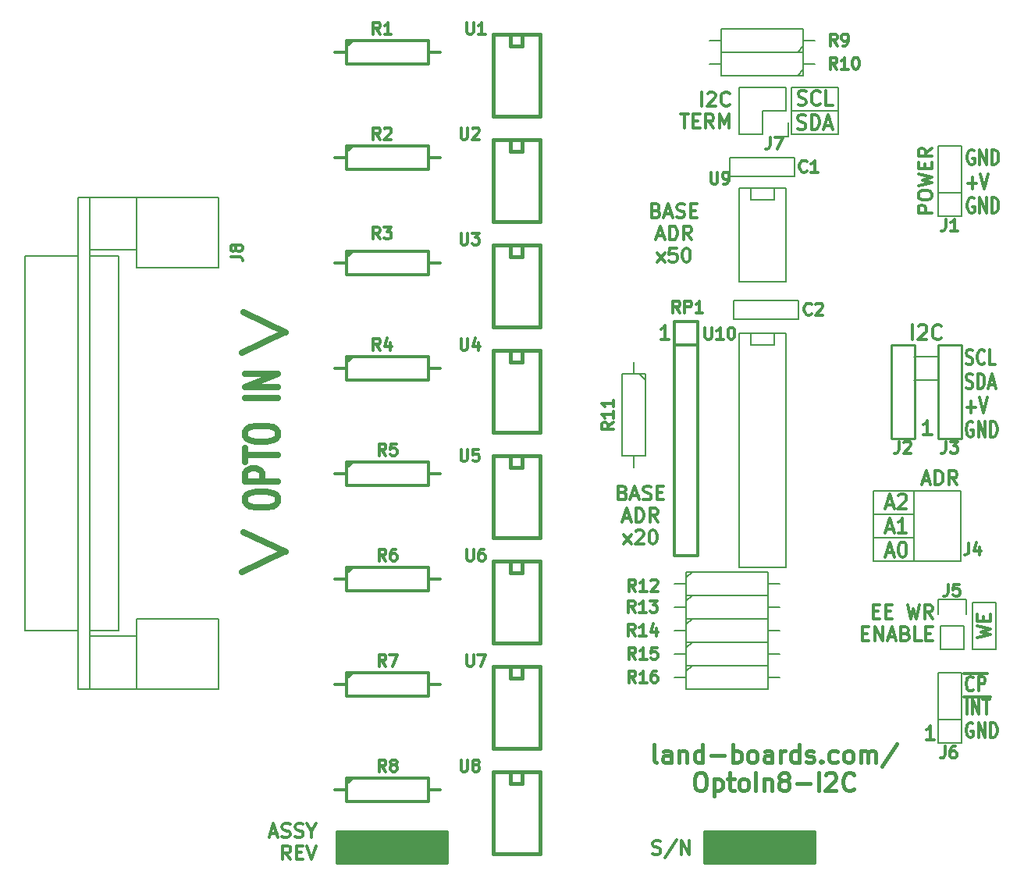
<source format=gto>
G04 #@! TF.FileFunction,Legend,Top*
%FSLAX46Y46*%
G04 Gerber Fmt 4.6, Leading zero omitted, Abs format (unit mm)*
G04 Created by KiCad (PCBNEW (after 2015-mar-04 BZR unknown)-product) date 6/26/2015 9:15:42 AM*
%MOMM*%
G01*
G04 APERTURE LIST*
%ADD10C,0.150000*%
%ADD11C,0.635000*%
%ADD12C,0.300000*%
%ADD13C,0.200000*%
%ADD14C,0.381000*%
%ADD15C,0.304800*%
%ADD16C,0.203200*%
%ADD17C,0.254000*%
%ADD18C,0.152400*%
%ADD19C,0.317500*%
G04 APERTURE END LIST*
D10*
D11*
X22098000Y-71488905D02*
X26670000Y-69311762D01*
X22267333Y-67134619D02*
X26839333Y-69311762D01*
X22436667Y-63868906D02*
X22436667Y-63385096D01*
X22606000Y-63143191D01*
X22944667Y-62901287D01*
X23622000Y-62780334D01*
X24807333Y-62780334D01*
X25484667Y-62901287D01*
X25823333Y-63143191D01*
X25992667Y-63385096D01*
X25992667Y-63868906D01*
X25823333Y-64110810D01*
X25484667Y-64352715D01*
X24807333Y-64473667D01*
X23622000Y-64473667D01*
X22944667Y-64352715D01*
X22606000Y-64110810D01*
X22436667Y-63868906D01*
X25992667Y-61691763D02*
X22436667Y-61691763D01*
X22436667Y-60724144D01*
X22606000Y-60482239D01*
X22775333Y-60361287D01*
X23114000Y-60240335D01*
X23622000Y-60240335D01*
X23960667Y-60361287D01*
X24130000Y-60482239D01*
X24299333Y-60724144D01*
X24299333Y-61691763D01*
X22436667Y-59514620D02*
X22436667Y-58063192D01*
X25992667Y-58788906D02*
X22436667Y-58788906D01*
X22436667Y-56732716D02*
X22436667Y-56248906D01*
X22606000Y-56007001D01*
X22944667Y-55765097D01*
X23622000Y-55644144D01*
X24807333Y-55644144D01*
X25484667Y-55765097D01*
X25823333Y-56007001D01*
X25992667Y-56248906D01*
X25992667Y-56732716D01*
X25823333Y-56974620D01*
X25484667Y-57216525D01*
X24807333Y-57337477D01*
X23622000Y-57337477D01*
X22944667Y-57216525D01*
X22606000Y-56974620D01*
X22436667Y-56732716D01*
X25992667Y-52620335D02*
X22436667Y-52620335D01*
X25992667Y-51410811D02*
X22436667Y-51410811D01*
X25992667Y-49959383D01*
X22436667Y-49959383D01*
X22098000Y-47661288D02*
X26670000Y-45484145D01*
X22267333Y-43307002D02*
X26839333Y-45484145D01*
D12*
X68403572Y-46253571D02*
X67546429Y-46253571D01*
X67975001Y-46253571D02*
X67975001Y-44753571D01*
X67832144Y-44967857D01*
X67689286Y-45110714D01*
X67546429Y-45182143D01*
X67066429Y-32267857D02*
X67280715Y-32339286D01*
X67352143Y-32410714D01*
X67423572Y-32553571D01*
X67423572Y-32767857D01*
X67352143Y-32910714D01*
X67280715Y-32982143D01*
X67137857Y-33053571D01*
X66566429Y-33053571D01*
X66566429Y-31553571D01*
X67066429Y-31553571D01*
X67209286Y-31625000D01*
X67280715Y-31696429D01*
X67352143Y-31839286D01*
X67352143Y-31982143D01*
X67280715Y-32125000D01*
X67209286Y-32196429D01*
X67066429Y-32267857D01*
X66566429Y-32267857D01*
X67995000Y-32625000D02*
X68709286Y-32625000D01*
X67852143Y-33053571D02*
X68352143Y-31553571D01*
X68852143Y-33053571D01*
X69280714Y-32982143D02*
X69495000Y-33053571D01*
X69852143Y-33053571D01*
X69995000Y-32982143D01*
X70066429Y-32910714D01*
X70137857Y-32767857D01*
X70137857Y-32625000D01*
X70066429Y-32482143D01*
X69995000Y-32410714D01*
X69852143Y-32339286D01*
X69566429Y-32267857D01*
X69423571Y-32196429D01*
X69352143Y-32125000D01*
X69280714Y-31982143D01*
X69280714Y-31839286D01*
X69352143Y-31696429D01*
X69423571Y-31625000D01*
X69566429Y-31553571D01*
X69923571Y-31553571D01*
X70137857Y-31625000D01*
X70780714Y-32267857D02*
X71280714Y-32267857D01*
X71495000Y-33053571D02*
X70780714Y-33053571D01*
X70780714Y-31553571D01*
X71495000Y-31553571D01*
X67137857Y-35025000D02*
X67852143Y-35025000D01*
X66995000Y-35453571D02*
X67495000Y-33953571D01*
X67995000Y-35453571D01*
X68495000Y-35453571D02*
X68495000Y-33953571D01*
X68852143Y-33953571D01*
X69066428Y-34025000D01*
X69209286Y-34167857D01*
X69280714Y-34310714D01*
X69352143Y-34596429D01*
X69352143Y-34810714D01*
X69280714Y-35096429D01*
X69209286Y-35239286D01*
X69066428Y-35382143D01*
X68852143Y-35453571D01*
X68495000Y-35453571D01*
X70852143Y-35453571D02*
X70352143Y-34739286D01*
X69995000Y-35453571D02*
X69995000Y-33953571D01*
X70566428Y-33953571D01*
X70709286Y-34025000D01*
X70780714Y-34096429D01*
X70852143Y-34239286D01*
X70852143Y-34453571D01*
X70780714Y-34596429D01*
X70709286Y-34667857D01*
X70566428Y-34739286D01*
X69995000Y-34739286D01*
X67173572Y-37853571D02*
X67959286Y-36853571D01*
X67173572Y-36853571D02*
X67959286Y-37853571D01*
X69245001Y-36353571D02*
X68530715Y-36353571D01*
X68459286Y-37067857D01*
X68530715Y-36996429D01*
X68673572Y-36925000D01*
X69030715Y-36925000D01*
X69173572Y-36996429D01*
X69245001Y-37067857D01*
X69316429Y-37210714D01*
X69316429Y-37567857D01*
X69245001Y-37710714D01*
X69173572Y-37782143D01*
X69030715Y-37853571D01*
X68673572Y-37853571D01*
X68530715Y-37782143D01*
X68459286Y-37710714D01*
X70245000Y-36353571D02*
X70387857Y-36353571D01*
X70530714Y-36425000D01*
X70602143Y-36496429D01*
X70673572Y-36639286D01*
X70745000Y-36925000D01*
X70745000Y-37282143D01*
X70673572Y-37567857D01*
X70602143Y-37710714D01*
X70530714Y-37782143D01*
X70387857Y-37853571D01*
X70245000Y-37853571D01*
X70102143Y-37782143D01*
X70030714Y-37710714D01*
X69959286Y-37567857D01*
X69887857Y-37282143D01*
X69887857Y-36925000D01*
X69959286Y-36639286D01*
X70030714Y-36496429D01*
X70102143Y-36425000D01*
X70245000Y-36353571D01*
X96978571Y-32535715D02*
X95478571Y-32535715D01*
X95478571Y-31964287D01*
X95550000Y-31821429D01*
X95621429Y-31750001D01*
X95764286Y-31678572D01*
X95978571Y-31678572D01*
X96121429Y-31750001D01*
X96192857Y-31821429D01*
X96264286Y-31964287D01*
X96264286Y-32535715D01*
X95478571Y-30750001D02*
X95478571Y-30464287D01*
X95550000Y-30321429D01*
X95692857Y-30178572D01*
X95978571Y-30107144D01*
X96478571Y-30107144D01*
X96764286Y-30178572D01*
X96907143Y-30321429D01*
X96978571Y-30464287D01*
X96978571Y-30750001D01*
X96907143Y-30892858D01*
X96764286Y-31035715D01*
X96478571Y-31107144D01*
X95978571Y-31107144D01*
X95692857Y-31035715D01*
X95550000Y-30892858D01*
X95478571Y-30750001D01*
X95478571Y-29607143D02*
X96978571Y-29250000D01*
X95907143Y-28964286D01*
X96978571Y-28678572D01*
X95478571Y-28321429D01*
X96192857Y-27750000D02*
X96192857Y-27250000D01*
X96978571Y-27035714D02*
X96978571Y-27750000D01*
X95478571Y-27750000D01*
X95478571Y-27035714D01*
X96978571Y-25535714D02*
X96264286Y-26035714D01*
X96978571Y-26392857D02*
X95478571Y-26392857D01*
X95478571Y-25821429D01*
X95550000Y-25678571D01*
X95621429Y-25607143D01*
X95764286Y-25535714D01*
X95978571Y-25535714D01*
X96121429Y-25607143D01*
X96192857Y-25678571D01*
X96264286Y-25821429D01*
X96264286Y-26392857D01*
D13*
X94395000Y-70335000D02*
X95030000Y-70335000D01*
X94395000Y-67795000D02*
X95030000Y-67795000D01*
X94395000Y-65255000D02*
X95030000Y-65255000D01*
X94395000Y-62715000D02*
X95030000Y-62715000D01*
X90585000Y-67795000D02*
X94395000Y-67795000D01*
X90585000Y-65255000D02*
X90585000Y-67795000D01*
X94395000Y-65255000D02*
X90585000Y-65255000D01*
X90585000Y-62715000D02*
X94395000Y-62715000D01*
X90585000Y-70335000D02*
X90585000Y-62715000D01*
X94395000Y-70335000D02*
X90585000Y-70335000D01*
D12*
X101828571Y-78641428D02*
X103328571Y-78284285D01*
X102257143Y-77998571D01*
X103328571Y-77712857D01*
X101828571Y-77355714D01*
X102542857Y-76784285D02*
X102542857Y-76284285D01*
X103328571Y-76069999D02*
X103328571Y-76784285D01*
X101828571Y-76784285D01*
X101828571Y-76069999D01*
D13*
X95030000Y-50650000D02*
X97570000Y-50650000D01*
X95030000Y-48110000D02*
X97570000Y-48110000D01*
X101380000Y-79860000D02*
X101380000Y-74780000D01*
X103920000Y-79860000D02*
X101380000Y-79860000D01*
X103920000Y-74780000D02*
X103920000Y-79860000D01*
X101380000Y-74780000D02*
X103920000Y-74780000D01*
D12*
X82449286Y-20802562D02*
X82663572Y-20881181D01*
X83020715Y-20881181D01*
X83163572Y-20802562D01*
X83235001Y-20723943D01*
X83306429Y-20566705D01*
X83306429Y-20409467D01*
X83235001Y-20252229D01*
X83163572Y-20173610D01*
X83020715Y-20094990D01*
X82735001Y-20016371D01*
X82592143Y-19937752D01*
X82520715Y-19859133D01*
X82449286Y-19701895D01*
X82449286Y-19544657D01*
X82520715Y-19387419D01*
X82592143Y-19308800D01*
X82735001Y-19230181D01*
X83092143Y-19230181D01*
X83306429Y-19308800D01*
X84806429Y-20723943D02*
X84735000Y-20802562D01*
X84520714Y-20881181D01*
X84377857Y-20881181D01*
X84163572Y-20802562D01*
X84020714Y-20645324D01*
X83949286Y-20488086D01*
X83877857Y-20173610D01*
X83877857Y-19937752D01*
X83949286Y-19623276D01*
X84020714Y-19466038D01*
X84163572Y-19308800D01*
X84377857Y-19230181D01*
X84520714Y-19230181D01*
X84735000Y-19308800D01*
X84806429Y-19387419D01*
X86163572Y-20881181D02*
X85449286Y-20881181D01*
X85449286Y-19230181D01*
X82413572Y-23413962D02*
X82627858Y-23492581D01*
X82985001Y-23492581D01*
X83127858Y-23413962D01*
X83199287Y-23335343D01*
X83270715Y-23178105D01*
X83270715Y-23020867D01*
X83199287Y-22863629D01*
X83127858Y-22785010D01*
X82985001Y-22706390D01*
X82699287Y-22627771D01*
X82556429Y-22549152D01*
X82485001Y-22470533D01*
X82413572Y-22313295D01*
X82413572Y-22156057D01*
X82485001Y-21998819D01*
X82556429Y-21920200D01*
X82699287Y-21841581D01*
X83056429Y-21841581D01*
X83270715Y-21920200D01*
X83913572Y-23492581D02*
X83913572Y-21841581D01*
X84270715Y-21841581D01*
X84485000Y-21920200D01*
X84627858Y-22077438D01*
X84699286Y-22234676D01*
X84770715Y-22549152D01*
X84770715Y-22785010D01*
X84699286Y-23099486D01*
X84627858Y-23256724D01*
X84485000Y-23413962D01*
X84270715Y-23492581D01*
X83913572Y-23492581D01*
X85342143Y-23020867D02*
X86056429Y-23020867D01*
X85199286Y-23492581D02*
X85699286Y-21841581D01*
X86199286Y-23492581D01*
D13*
X86775000Y-23980000D02*
X86775000Y-21440000D01*
X81695000Y-23980000D02*
X86775000Y-23980000D01*
X81695000Y-18900000D02*
X81695000Y-23980000D01*
X81695000Y-21440000D02*
X81695000Y-18900000D01*
X86775000Y-21440000D02*
X81695000Y-21440000D01*
X86775000Y-18900000D02*
X86775000Y-21440000D01*
X81695000Y-18900000D02*
X86775000Y-18900000D01*
D12*
X95966857Y-61568000D02*
X96681143Y-61568000D01*
X95824000Y-61996571D02*
X96324000Y-60496571D01*
X96824000Y-61996571D01*
X97324000Y-61996571D02*
X97324000Y-60496571D01*
X97681143Y-60496571D01*
X97895428Y-60568000D01*
X98038286Y-60710857D01*
X98109714Y-60853714D01*
X98181143Y-61139429D01*
X98181143Y-61353714D01*
X98109714Y-61639429D01*
X98038286Y-61782286D01*
X97895428Y-61925143D01*
X97681143Y-61996571D01*
X97324000Y-61996571D01*
X99681143Y-61996571D02*
X99181143Y-61282286D01*
X98824000Y-61996571D02*
X98824000Y-60496571D01*
X99395428Y-60496571D01*
X99538286Y-60568000D01*
X99609714Y-60639429D01*
X99681143Y-60782286D01*
X99681143Y-60996571D01*
X99609714Y-61139429D01*
X99538286Y-61210857D01*
X99395428Y-61282286D01*
X98824000Y-61282286D01*
X90601714Y-75758857D02*
X91101714Y-75758857D01*
X91316000Y-76544571D02*
X90601714Y-76544571D01*
X90601714Y-75044571D01*
X91316000Y-75044571D01*
X91958857Y-75758857D02*
X92458857Y-75758857D01*
X92673143Y-76544571D02*
X91958857Y-76544571D01*
X91958857Y-75044571D01*
X92673143Y-75044571D01*
X94316000Y-75044571D02*
X94673143Y-76544571D01*
X94958857Y-75473143D01*
X95244571Y-76544571D01*
X95601714Y-75044571D01*
X97030286Y-76544571D02*
X96530286Y-75830286D01*
X96173143Y-76544571D02*
X96173143Y-75044571D01*
X96744571Y-75044571D01*
X96887429Y-75116000D01*
X96958857Y-75187429D01*
X97030286Y-75330286D01*
X97030286Y-75544571D01*
X96958857Y-75687429D01*
X96887429Y-75758857D01*
X96744571Y-75830286D01*
X96173143Y-75830286D01*
X89387428Y-78158857D02*
X89887428Y-78158857D01*
X90101714Y-78944571D02*
X89387428Y-78944571D01*
X89387428Y-77444571D01*
X90101714Y-77444571D01*
X90744571Y-78944571D02*
X90744571Y-77444571D01*
X91601714Y-78944571D01*
X91601714Y-77444571D01*
X92244571Y-78516000D02*
X92958857Y-78516000D01*
X92101714Y-78944571D02*
X92601714Y-77444571D01*
X93101714Y-78944571D01*
X94101714Y-78158857D02*
X94316000Y-78230286D01*
X94387428Y-78301714D01*
X94458857Y-78444571D01*
X94458857Y-78658857D01*
X94387428Y-78801714D01*
X94316000Y-78873143D01*
X94173142Y-78944571D01*
X93601714Y-78944571D01*
X93601714Y-77444571D01*
X94101714Y-77444571D01*
X94244571Y-77516000D01*
X94316000Y-77587429D01*
X94387428Y-77730286D01*
X94387428Y-77873143D01*
X94316000Y-78016000D01*
X94244571Y-78087429D01*
X94101714Y-78158857D01*
X93601714Y-78158857D01*
X95816000Y-78944571D02*
X95101714Y-78944571D01*
X95101714Y-77444571D01*
X96316000Y-78158857D02*
X96816000Y-78158857D01*
X97030286Y-78944571D02*
X96316000Y-78944571D01*
X96316000Y-77444571D01*
X97030286Y-77444571D01*
X71992286Y-20908571D02*
X71992286Y-19408571D01*
X72635143Y-19551429D02*
X72706572Y-19480000D01*
X72849429Y-19408571D01*
X73206572Y-19408571D01*
X73349429Y-19480000D01*
X73420858Y-19551429D01*
X73492286Y-19694286D01*
X73492286Y-19837143D01*
X73420858Y-20051429D01*
X72563715Y-20908571D01*
X73492286Y-20908571D01*
X74992286Y-20765714D02*
X74920857Y-20837143D01*
X74706571Y-20908571D01*
X74563714Y-20908571D01*
X74349429Y-20837143D01*
X74206571Y-20694286D01*
X74135143Y-20551429D01*
X74063714Y-20265714D01*
X74063714Y-20051429D01*
X74135143Y-19765714D01*
X74206571Y-19622857D01*
X74349429Y-19480000D01*
X74563714Y-19408571D01*
X74706571Y-19408571D01*
X74920857Y-19480000D01*
X74992286Y-19551429D01*
X69706571Y-21808571D02*
X70563714Y-21808571D01*
X70135143Y-23308571D02*
X70135143Y-21808571D01*
X71063714Y-22522857D02*
X71563714Y-22522857D01*
X71778000Y-23308571D02*
X71063714Y-23308571D01*
X71063714Y-21808571D01*
X71778000Y-21808571D01*
X73278000Y-23308571D02*
X72778000Y-22594286D01*
X72420857Y-23308571D02*
X72420857Y-21808571D01*
X72992285Y-21808571D01*
X73135143Y-21880000D01*
X73206571Y-21951429D01*
X73278000Y-22094286D01*
X73278000Y-22308571D01*
X73206571Y-22451429D01*
X73135143Y-22522857D01*
X72992285Y-22594286D01*
X72420857Y-22594286D01*
X73920857Y-23308571D02*
X73920857Y-21808571D01*
X74420857Y-22880000D01*
X74920857Y-21808571D01*
X74920857Y-23308571D01*
X97228572Y-89678571D02*
X96371429Y-89678571D01*
X96800001Y-89678571D02*
X96800001Y-88178571D01*
X96657144Y-88392857D01*
X96514286Y-88535714D01*
X96371429Y-88607143D01*
X101452095Y-84244464D02*
X101391619Y-84320060D01*
X101210190Y-84395655D01*
X101089238Y-84395655D01*
X100907810Y-84320060D01*
X100786857Y-84168869D01*
X100726381Y-84017679D01*
X100665905Y-83715298D01*
X100665905Y-83488512D01*
X100726381Y-83186131D01*
X100786857Y-83034940D01*
X100907810Y-82883750D01*
X101089238Y-82808155D01*
X101210190Y-82808155D01*
X101391619Y-82883750D01*
X101452095Y-82959345D01*
X101996381Y-84395655D02*
X101996381Y-82808155D01*
X102480190Y-82808155D01*
X102601143Y-82883750D01*
X102661619Y-82959345D01*
X102722095Y-83110536D01*
X102722095Y-83337321D01*
X102661619Y-83488512D01*
X102601143Y-83564107D01*
X102480190Y-83639702D01*
X101996381Y-83639702D01*
X100424000Y-82534500D02*
X102964000Y-82534500D01*
X100726381Y-86918155D02*
X100726381Y-85330655D01*
X101331143Y-86918155D02*
X101331143Y-85330655D01*
X102056857Y-86918155D01*
X102056857Y-85330655D01*
X102480190Y-85330655D02*
X103205905Y-85330655D01*
X102843048Y-86918155D02*
X102843048Y-85330655D01*
X100424000Y-85057000D02*
X103326857Y-85057000D01*
X101391619Y-87928750D02*
X101270667Y-87853155D01*
X101089238Y-87853155D01*
X100907810Y-87928750D01*
X100786857Y-88079940D01*
X100726381Y-88231131D01*
X100665905Y-88533512D01*
X100665905Y-88760298D01*
X100726381Y-89062679D01*
X100786857Y-89213869D01*
X100907810Y-89365060D01*
X101089238Y-89440655D01*
X101210190Y-89440655D01*
X101391619Y-89365060D01*
X101452095Y-89289464D01*
X101452095Y-88760298D01*
X101210190Y-88760298D01*
X101996381Y-89440655D02*
X101996381Y-87853155D01*
X102722095Y-89440655D01*
X102722095Y-87853155D01*
X103326857Y-89440655D02*
X103326857Y-87853155D01*
X103629238Y-87853155D01*
X103810666Y-87928750D01*
X103931619Y-88079940D01*
X103992095Y-88231131D01*
X104052571Y-88533512D01*
X104052571Y-88760298D01*
X103992095Y-89062679D01*
X103931619Y-89213869D01*
X103810666Y-89365060D01*
X103629238Y-89440655D01*
X103326857Y-89440655D01*
X96918572Y-56588571D02*
X96061429Y-56588571D01*
X96490001Y-56588571D02*
X96490001Y-55088571D01*
X96347144Y-55302857D01*
X96204286Y-55445714D01*
X96061429Y-55517143D01*
X101518619Y-25740100D02*
X101397667Y-25661481D01*
X101216238Y-25661481D01*
X101034810Y-25740100D01*
X100913857Y-25897338D01*
X100853381Y-26054576D01*
X100792905Y-26369052D01*
X100792905Y-26604910D01*
X100853381Y-26919386D01*
X100913857Y-27076624D01*
X101034810Y-27233862D01*
X101216238Y-27312481D01*
X101337190Y-27312481D01*
X101518619Y-27233862D01*
X101579095Y-27155243D01*
X101579095Y-26604910D01*
X101337190Y-26604910D01*
X102123381Y-27312481D02*
X102123381Y-25661481D01*
X102849095Y-27312481D01*
X102849095Y-25661481D01*
X103453857Y-27312481D02*
X103453857Y-25661481D01*
X103756238Y-25661481D01*
X103937666Y-25740100D01*
X104058619Y-25897338D01*
X104119095Y-26054576D01*
X104179571Y-26369052D01*
X104179571Y-26604910D01*
X104119095Y-26919386D01*
X104058619Y-27076624D01*
X103937666Y-27233862D01*
X103756238Y-27312481D01*
X103453857Y-27312481D01*
X100853381Y-29294929D02*
X101821000Y-29294929D01*
X101337190Y-29923881D02*
X101337190Y-28665976D01*
X102244333Y-28272881D02*
X102667667Y-29923881D01*
X103091000Y-28272881D01*
X101518619Y-30962900D02*
X101397667Y-30884281D01*
X101216238Y-30884281D01*
X101034810Y-30962900D01*
X100913857Y-31120138D01*
X100853381Y-31277376D01*
X100792905Y-31591852D01*
X100792905Y-31827710D01*
X100853381Y-32142186D01*
X100913857Y-32299424D01*
X101034810Y-32456662D01*
X101216238Y-32535281D01*
X101337190Y-32535281D01*
X101518619Y-32456662D01*
X101579095Y-32378043D01*
X101579095Y-31827710D01*
X101337190Y-31827710D01*
X102123381Y-32535281D02*
X102123381Y-30884281D01*
X102849095Y-32535281D01*
X102849095Y-30884281D01*
X103453857Y-32535281D02*
X103453857Y-30884281D01*
X103756238Y-30884281D01*
X103937666Y-30962900D01*
X104058619Y-31120138D01*
X104119095Y-31277376D01*
X104179571Y-31591852D01*
X104179571Y-31827710D01*
X104119095Y-32142186D01*
X104058619Y-32299424D01*
X103937666Y-32456662D01*
X103756238Y-32535281D01*
X103453857Y-32535281D01*
X63443429Y-62864857D02*
X63657715Y-62936286D01*
X63729143Y-63007714D01*
X63800572Y-63150571D01*
X63800572Y-63364857D01*
X63729143Y-63507714D01*
X63657715Y-63579143D01*
X63514857Y-63650571D01*
X62943429Y-63650571D01*
X62943429Y-62150571D01*
X63443429Y-62150571D01*
X63586286Y-62222000D01*
X63657715Y-62293429D01*
X63729143Y-62436286D01*
X63729143Y-62579143D01*
X63657715Y-62722000D01*
X63586286Y-62793429D01*
X63443429Y-62864857D01*
X62943429Y-62864857D01*
X64372000Y-63222000D02*
X65086286Y-63222000D01*
X64229143Y-63650571D02*
X64729143Y-62150571D01*
X65229143Y-63650571D01*
X65657714Y-63579143D02*
X65872000Y-63650571D01*
X66229143Y-63650571D01*
X66372000Y-63579143D01*
X66443429Y-63507714D01*
X66514857Y-63364857D01*
X66514857Y-63222000D01*
X66443429Y-63079143D01*
X66372000Y-63007714D01*
X66229143Y-62936286D01*
X65943429Y-62864857D01*
X65800571Y-62793429D01*
X65729143Y-62722000D01*
X65657714Y-62579143D01*
X65657714Y-62436286D01*
X65729143Y-62293429D01*
X65800571Y-62222000D01*
X65943429Y-62150571D01*
X66300571Y-62150571D01*
X66514857Y-62222000D01*
X67157714Y-62864857D02*
X67657714Y-62864857D01*
X67872000Y-63650571D02*
X67157714Y-63650571D01*
X67157714Y-62150571D01*
X67872000Y-62150571D01*
X63514857Y-65622000D02*
X64229143Y-65622000D01*
X63372000Y-66050571D02*
X63872000Y-64550571D01*
X64372000Y-66050571D01*
X64872000Y-66050571D02*
X64872000Y-64550571D01*
X65229143Y-64550571D01*
X65443428Y-64622000D01*
X65586286Y-64764857D01*
X65657714Y-64907714D01*
X65729143Y-65193429D01*
X65729143Y-65407714D01*
X65657714Y-65693429D01*
X65586286Y-65836286D01*
X65443428Y-65979143D01*
X65229143Y-66050571D01*
X64872000Y-66050571D01*
X67229143Y-66050571D02*
X66729143Y-65336286D01*
X66372000Y-66050571D02*
X66372000Y-64550571D01*
X66943428Y-64550571D01*
X67086286Y-64622000D01*
X67157714Y-64693429D01*
X67229143Y-64836286D01*
X67229143Y-65050571D01*
X67157714Y-65193429D01*
X67086286Y-65264857D01*
X66943428Y-65336286D01*
X66372000Y-65336286D01*
X63550572Y-68450571D02*
X64336286Y-67450571D01*
X63550572Y-67450571D02*
X64336286Y-68450571D01*
X64836286Y-67093429D02*
X64907715Y-67022000D01*
X65050572Y-66950571D01*
X65407715Y-66950571D01*
X65550572Y-67022000D01*
X65622001Y-67093429D01*
X65693429Y-67236286D01*
X65693429Y-67379143D01*
X65622001Y-67593429D01*
X64764858Y-68450571D01*
X65693429Y-68450571D01*
X66622000Y-66950571D02*
X66764857Y-66950571D01*
X66907714Y-67022000D01*
X66979143Y-67093429D01*
X67050572Y-67236286D01*
X67122000Y-67522000D01*
X67122000Y-67879143D01*
X67050572Y-68164857D01*
X66979143Y-68307714D01*
X66907714Y-68379143D01*
X66764857Y-68450571D01*
X66622000Y-68450571D01*
X66479143Y-68379143D01*
X66407714Y-68307714D01*
X66336286Y-68164857D01*
X66264857Y-67879143D01*
X66264857Y-67522000D01*
X66336286Y-67236286D01*
X66407714Y-67093429D01*
X66479143Y-67022000D01*
X66622000Y-66950571D01*
D14*
X67104645Y-92141786D02*
X66923217Y-92051071D01*
X66832502Y-91869643D01*
X66832502Y-90236786D01*
X68646788Y-92141786D02*
X68646788Y-91143929D01*
X68556074Y-90962500D01*
X68374645Y-90871786D01*
X68011788Y-90871786D01*
X67830359Y-90962500D01*
X68646788Y-92051071D02*
X68465359Y-92141786D01*
X68011788Y-92141786D01*
X67830359Y-92051071D01*
X67739645Y-91869643D01*
X67739645Y-91688214D01*
X67830359Y-91506786D01*
X68011788Y-91416071D01*
X68465359Y-91416071D01*
X68646788Y-91325357D01*
X69553930Y-90871786D02*
X69553930Y-92141786D01*
X69553930Y-91053214D02*
X69644645Y-90962500D01*
X69826073Y-90871786D01*
X70098216Y-90871786D01*
X70279645Y-90962500D01*
X70370359Y-91143929D01*
X70370359Y-92141786D01*
X72093930Y-92141786D02*
X72093930Y-90236786D01*
X72093930Y-92051071D02*
X71912501Y-92141786D01*
X71549644Y-92141786D01*
X71368216Y-92051071D01*
X71277501Y-91960357D01*
X71186787Y-91778929D01*
X71186787Y-91234643D01*
X71277501Y-91053214D01*
X71368216Y-90962500D01*
X71549644Y-90871786D01*
X71912501Y-90871786D01*
X72093930Y-90962500D01*
X73001072Y-91416071D02*
X74452501Y-91416071D01*
X75359643Y-92141786D02*
X75359643Y-90236786D01*
X75359643Y-90962500D02*
X75541072Y-90871786D01*
X75903929Y-90871786D01*
X76085358Y-90962500D01*
X76176072Y-91053214D01*
X76266786Y-91234643D01*
X76266786Y-91778929D01*
X76176072Y-91960357D01*
X76085358Y-92051071D01*
X75903929Y-92141786D01*
X75541072Y-92141786D01*
X75359643Y-92051071D01*
X77355357Y-92141786D02*
X77173929Y-92051071D01*
X77083214Y-91960357D01*
X76992500Y-91778929D01*
X76992500Y-91234643D01*
X77083214Y-91053214D01*
X77173929Y-90962500D01*
X77355357Y-90871786D01*
X77627500Y-90871786D01*
X77808929Y-90962500D01*
X77899643Y-91053214D01*
X77990357Y-91234643D01*
X77990357Y-91778929D01*
X77899643Y-91960357D01*
X77808929Y-92051071D01*
X77627500Y-92141786D01*
X77355357Y-92141786D01*
X79623214Y-92141786D02*
X79623214Y-91143929D01*
X79532500Y-90962500D01*
X79351071Y-90871786D01*
X78988214Y-90871786D01*
X78806785Y-90962500D01*
X79623214Y-92051071D02*
X79441785Y-92141786D01*
X78988214Y-92141786D01*
X78806785Y-92051071D01*
X78716071Y-91869643D01*
X78716071Y-91688214D01*
X78806785Y-91506786D01*
X78988214Y-91416071D01*
X79441785Y-91416071D01*
X79623214Y-91325357D01*
X80530356Y-92141786D02*
X80530356Y-90871786D01*
X80530356Y-91234643D02*
X80621071Y-91053214D01*
X80711785Y-90962500D01*
X80893214Y-90871786D01*
X81074642Y-90871786D01*
X82526071Y-92141786D02*
X82526071Y-90236786D01*
X82526071Y-92051071D02*
X82344642Y-92141786D01*
X81981785Y-92141786D01*
X81800357Y-92051071D01*
X81709642Y-91960357D01*
X81618928Y-91778929D01*
X81618928Y-91234643D01*
X81709642Y-91053214D01*
X81800357Y-90962500D01*
X81981785Y-90871786D01*
X82344642Y-90871786D01*
X82526071Y-90962500D01*
X83342499Y-92051071D02*
X83523928Y-92141786D01*
X83886785Y-92141786D01*
X84068213Y-92051071D01*
X84158928Y-91869643D01*
X84158928Y-91778929D01*
X84068213Y-91597500D01*
X83886785Y-91506786D01*
X83614642Y-91506786D01*
X83433213Y-91416071D01*
X83342499Y-91234643D01*
X83342499Y-91143929D01*
X83433213Y-90962500D01*
X83614642Y-90871786D01*
X83886785Y-90871786D01*
X84068213Y-90962500D01*
X84975356Y-91960357D02*
X85066071Y-92051071D01*
X84975356Y-92141786D01*
X84884642Y-92051071D01*
X84975356Y-91960357D01*
X84975356Y-92141786D01*
X86698928Y-92051071D02*
X86517499Y-92141786D01*
X86154642Y-92141786D01*
X85973214Y-92051071D01*
X85882499Y-91960357D01*
X85791785Y-91778929D01*
X85791785Y-91234643D01*
X85882499Y-91053214D01*
X85973214Y-90962500D01*
X86154642Y-90871786D01*
X86517499Y-90871786D01*
X86698928Y-90962500D01*
X87787499Y-92141786D02*
X87606071Y-92051071D01*
X87515356Y-91960357D01*
X87424642Y-91778929D01*
X87424642Y-91234643D01*
X87515356Y-91053214D01*
X87606071Y-90962500D01*
X87787499Y-90871786D01*
X88059642Y-90871786D01*
X88241071Y-90962500D01*
X88331785Y-91053214D01*
X88422499Y-91234643D01*
X88422499Y-91778929D01*
X88331785Y-91960357D01*
X88241071Y-92051071D01*
X88059642Y-92141786D01*
X87787499Y-92141786D01*
X89238927Y-92141786D02*
X89238927Y-90871786D01*
X89238927Y-91053214D02*
X89329642Y-90962500D01*
X89511070Y-90871786D01*
X89783213Y-90871786D01*
X89964642Y-90962500D01*
X90055356Y-91143929D01*
X90055356Y-92141786D01*
X90055356Y-91143929D02*
X90146070Y-90962500D01*
X90327499Y-90871786D01*
X90599642Y-90871786D01*
X90781070Y-90962500D01*
X90871785Y-91143929D01*
X90871785Y-92141786D01*
X93139642Y-90146071D02*
X91506785Y-92595357D01*
X71685716Y-93284786D02*
X72048573Y-93284786D01*
X72230001Y-93375500D01*
X72411430Y-93556929D01*
X72502144Y-93919786D01*
X72502144Y-94554786D01*
X72411430Y-94917643D01*
X72230001Y-95099071D01*
X72048573Y-95189786D01*
X71685716Y-95189786D01*
X71504287Y-95099071D01*
X71322858Y-94917643D01*
X71232144Y-94554786D01*
X71232144Y-93919786D01*
X71322858Y-93556929D01*
X71504287Y-93375500D01*
X71685716Y-93284786D01*
X73318572Y-93919786D02*
X73318572Y-95824786D01*
X73318572Y-94010500D02*
X73500001Y-93919786D01*
X73862858Y-93919786D01*
X74044287Y-94010500D01*
X74135001Y-94101214D01*
X74225715Y-94282643D01*
X74225715Y-94826929D01*
X74135001Y-95008357D01*
X74044287Y-95099071D01*
X73862858Y-95189786D01*
X73500001Y-95189786D01*
X73318572Y-95099071D01*
X74770001Y-93919786D02*
X75495715Y-93919786D01*
X75042143Y-93284786D02*
X75042143Y-94917643D01*
X75132858Y-95099071D01*
X75314286Y-95189786D01*
X75495715Y-95189786D01*
X76402857Y-95189786D02*
X76221429Y-95099071D01*
X76130714Y-95008357D01*
X76040000Y-94826929D01*
X76040000Y-94282643D01*
X76130714Y-94101214D01*
X76221429Y-94010500D01*
X76402857Y-93919786D01*
X76675000Y-93919786D01*
X76856429Y-94010500D01*
X76947143Y-94101214D01*
X77037857Y-94282643D01*
X77037857Y-94826929D01*
X76947143Y-95008357D01*
X76856429Y-95099071D01*
X76675000Y-95189786D01*
X76402857Y-95189786D01*
X77854285Y-95189786D02*
X77854285Y-93284786D01*
X78761428Y-93919786D02*
X78761428Y-95189786D01*
X78761428Y-94101214D02*
X78852143Y-94010500D01*
X79033571Y-93919786D01*
X79305714Y-93919786D01*
X79487143Y-94010500D01*
X79577857Y-94191929D01*
X79577857Y-95189786D01*
X80757142Y-94101214D02*
X80575714Y-94010500D01*
X80484999Y-93919786D01*
X80394285Y-93738357D01*
X80394285Y-93647643D01*
X80484999Y-93466214D01*
X80575714Y-93375500D01*
X80757142Y-93284786D01*
X81119999Y-93284786D01*
X81301428Y-93375500D01*
X81392142Y-93466214D01*
X81482857Y-93647643D01*
X81482857Y-93738357D01*
X81392142Y-93919786D01*
X81301428Y-94010500D01*
X81119999Y-94101214D01*
X80757142Y-94101214D01*
X80575714Y-94191929D01*
X80484999Y-94282643D01*
X80394285Y-94464071D01*
X80394285Y-94826929D01*
X80484999Y-95008357D01*
X80575714Y-95099071D01*
X80757142Y-95189786D01*
X81119999Y-95189786D01*
X81301428Y-95099071D01*
X81392142Y-95008357D01*
X81482857Y-94826929D01*
X81482857Y-94464071D01*
X81392142Y-94282643D01*
X81301428Y-94191929D01*
X81119999Y-94101214D01*
X82299285Y-94464071D02*
X83750714Y-94464071D01*
X84657856Y-95189786D02*
X84657856Y-93284786D01*
X85474285Y-93466214D02*
X85564999Y-93375500D01*
X85746428Y-93284786D01*
X86199999Y-93284786D01*
X86381428Y-93375500D01*
X86472142Y-93466214D01*
X86562857Y-93647643D01*
X86562857Y-93829071D01*
X86472142Y-94101214D01*
X85383571Y-95189786D01*
X86562857Y-95189786D01*
X88467857Y-95008357D02*
X88377143Y-95099071D01*
X88105000Y-95189786D01*
X87923571Y-95189786D01*
X87651428Y-95099071D01*
X87470000Y-94917643D01*
X87379285Y-94736214D01*
X87288571Y-94373357D01*
X87288571Y-94101214D01*
X87379285Y-93738357D01*
X87470000Y-93556929D01*
X87651428Y-93375500D01*
X87923571Y-93284786D01*
X88105000Y-93284786D01*
X88377143Y-93375500D01*
X88467857Y-93466214D01*
D12*
X66674285Y-102047143D02*
X66888571Y-102118571D01*
X67245714Y-102118571D01*
X67388571Y-102047143D01*
X67460000Y-101975714D01*
X67531428Y-101832857D01*
X67531428Y-101690000D01*
X67460000Y-101547143D01*
X67388571Y-101475714D01*
X67245714Y-101404286D01*
X66960000Y-101332857D01*
X66817142Y-101261429D01*
X66745714Y-101190000D01*
X66674285Y-101047143D01*
X66674285Y-100904286D01*
X66745714Y-100761429D01*
X66817142Y-100690000D01*
X66960000Y-100618571D01*
X67317142Y-100618571D01*
X67531428Y-100690000D01*
X69245713Y-100547143D02*
X67959999Y-102475714D01*
X69745714Y-102118571D02*
X69745714Y-100618571D01*
X70602857Y-102118571D01*
X70602857Y-100618571D01*
X25177144Y-99855000D02*
X25891430Y-99855000D01*
X25034287Y-100283571D02*
X25534287Y-98783571D01*
X26034287Y-100283571D01*
X26462858Y-100212143D02*
X26677144Y-100283571D01*
X27034287Y-100283571D01*
X27177144Y-100212143D01*
X27248573Y-100140714D01*
X27320001Y-99997857D01*
X27320001Y-99855000D01*
X27248573Y-99712143D01*
X27177144Y-99640714D01*
X27034287Y-99569286D01*
X26748573Y-99497857D01*
X26605715Y-99426429D01*
X26534287Y-99355000D01*
X26462858Y-99212143D01*
X26462858Y-99069286D01*
X26534287Y-98926429D01*
X26605715Y-98855000D01*
X26748573Y-98783571D01*
X27105715Y-98783571D01*
X27320001Y-98855000D01*
X27891429Y-100212143D02*
X28105715Y-100283571D01*
X28462858Y-100283571D01*
X28605715Y-100212143D01*
X28677144Y-100140714D01*
X28748572Y-99997857D01*
X28748572Y-99855000D01*
X28677144Y-99712143D01*
X28605715Y-99640714D01*
X28462858Y-99569286D01*
X28177144Y-99497857D01*
X28034286Y-99426429D01*
X27962858Y-99355000D01*
X27891429Y-99212143D01*
X27891429Y-99069286D01*
X27962858Y-98926429D01*
X28034286Y-98855000D01*
X28177144Y-98783571D01*
X28534286Y-98783571D01*
X28748572Y-98855000D01*
X29677143Y-99569286D02*
X29677143Y-100283571D01*
X29177143Y-98783571D02*
X29677143Y-99569286D01*
X30177143Y-98783571D01*
X27391429Y-102683571D02*
X26891429Y-101969286D01*
X26534286Y-102683571D02*
X26534286Y-101183571D01*
X27105714Y-101183571D01*
X27248572Y-101255000D01*
X27320000Y-101326429D01*
X27391429Y-101469286D01*
X27391429Y-101683571D01*
X27320000Y-101826429D01*
X27248572Y-101897857D01*
X27105714Y-101969286D01*
X26534286Y-101969286D01*
X28034286Y-101897857D02*
X28534286Y-101897857D01*
X28748572Y-102683571D02*
X28034286Y-102683571D01*
X28034286Y-101183571D01*
X28748572Y-101183571D01*
X29177143Y-101183571D02*
X29677143Y-102683571D01*
X30177143Y-101183571D01*
X100665905Y-48915162D02*
X100847333Y-48993781D01*
X101149714Y-48993781D01*
X101270667Y-48915162D01*
X101331143Y-48836543D01*
X101391619Y-48679305D01*
X101391619Y-48522067D01*
X101331143Y-48364829D01*
X101270667Y-48286210D01*
X101149714Y-48207590D01*
X100907810Y-48128971D01*
X100786857Y-48050352D01*
X100726381Y-47971733D01*
X100665905Y-47814495D01*
X100665905Y-47657257D01*
X100726381Y-47500019D01*
X100786857Y-47421400D01*
X100907810Y-47342781D01*
X101210190Y-47342781D01*
X101391619Y-47421400D01*
X102661619Y-48836543D02*
X102601143Y-48915162D01*
X102419714Y-48993781D01*
X102298762Y-48993781D01*
X102117334Y-48915162D01*
X101996381Y-48757924D01*
X101935905Y-48600686D01*
X101875429Y-48286210D01*
X101875429Y-48050352D01*
X101935905Y-47735876D01*
X101996381Y-47578638D01*
X102117334Y-47421400D01*
X102298762Y-47342781D01*
X102419714Y-47342781D01*
X102601143Y-47421400D01*
X102661619Y-47500019D01*
X103810667Y-48993781D02*
X103205905Y-48993781D01*
X103205905Y-47342781D01*
X100665905Y-51526562D02*
X100847333Y-51605181D01*
X101149714Y-51605181D01*
X101270667Y-51526562D01*
X101331143Y-51447943D01*
X101391619Y-51290705D01*
X101391619Y-51133467D01*
X101331143Y-50976229D01*
X101270667Y-50897610D01*
X101149714Y-50818990D01*
X100907810Y-50740371D01*
X100786857Y-50661752D01*
X100726381Y-50583133D01*
X100665905Y-50425895D01*
X100665905Y-50268657D01*
X100726381Y-50111419D01*
X100786857Y-50032800D01*
X100907810Y-49954181D01*
X101210190Y-49954181D01*
X101391619Y-50032800D01*
X101935905Y-51605181D02*
X101935905Y-49954181D01*
X102238286Y-49954181D01*
X102419714Y-50032800D01*
X102540667Y-50190038D01*
X102601143Y-50347276D01*
X102661619Y-50661752D01*
X102661619Y-50897610D01*
X102601143Y-51212086D01*
X102540667Y-51369324D01*
X102419714Y-51526562D01*
X102238286Y-51605181D01*
X101935905Y-51605181D01*
X103145429Y-51133467D02*
X103750191Y-51133467D01*
X103024476Y-51605181D02*
X103447810Y-49954181D01*
X103871143Y-51605181D01*
X100726381Y-53587629D02*
X101694000Y-53587629D01*
X101210190Y-54216581D02*
X101210190Y-52958676D01*
X102117333Y-52565581D02*
X102540667Y-54216581D01*
X102964000Y-52565581D01*
X101391619Y-55255600D02*
X101270667Y-55176981D01*
X101089238Y-55176981D01*
X100907810Y-55255600D01*
X100786857Y-55412838D01*
X100726381Y-55570076D01*
X100665905Y-55884552D01*
X100665905Y-56120410D01*
X100726381Y-56434886D01*
X100786857Y-56592124D01*
X100907810Y-56749362D01*
X101089238Y-56827981D01*
X101210190Y-56827981D01*
X101391619Y-56749362D01*
X101452095Y-56670743D01*
X101452095Y-56120410D01*
X101210190Y-56120410D01*
X101996381Y-56827981D02*
X101996381Y-55176981D01*
X102722095Y-56827981D01*
X102722095Y-55176981D01*
X103326857Y-56827981D02*
X103326857Y-55176981D01*
X103629238Y-55176981D01*
X103810666Y-55255600D01*
X103931619Y-55412838D01*
X103992095Y-55570076D01*
X104052571Y-55884552D01*
X104052571Y-56120410D01*
X103992095Y-56434886D01*
X103931619Y-56592124D01*
X103810666Y-56749362D01*
X103629238Y-56827981D01*
X103326857Y-56827981D01*
X94810298Y-46278155D02*
X94810298Y-44690655D01*
X95490655Y-44841845D02*
X95566250Y-44766250D01*
X95717441Y-44690655D01*
X96095417Y-44690655D01*
X96246607Y-44766250D01*
X96322203Y-44841845D01*
X96397798Y-44993036D01*
X96397798Y-45144226D01*
X96322203Y-45371012D01*
X95415060Y-46278155D01*
X96397798Y-46278155D01*
X97985298Y-46126964D02*
X97909703Y-46202560D01*
X97682917Y-46278155D01*
X97531727Y-46278155D01*
X97304941Y-46202560D01*
X97153750Y-46051369D01*
X97078155Y-45900179D01*
X97002560Y-45597798D01*
X97002560Y-45371012D01*
X97078155Y-45068631D01*
X97153750Y-44917440D01*
X97304941Y-44766250D01*
X97531727Y-44690655D01*
X97682917Y-44690655D01*
X97909703Y-44766250D01*
X97985298Y-44841845D01*
X92053572Y-64188767D02*
X92767858Y-64188767D01*
X91910715Y-64660481D02*
X92410715Y-63009481D01*
X92910715Y-64660481D01*
X93339286Y-63166719D02*
X93410715Y-63088100D01*
X93553572Y-63009481D01*
X93910715Y-63009481D01*
X94053572Y-63088100D01*
X94125001Y-63166719D01*
X94196429Y-63323957D01*
X94196429Y-63481195D01*
X94125001Y-63717052D01*
X93267858Y-64660481D01*
X94196429Y-64660481D01*
X92053572Y-66800167D02*
X92767858Y-66800167D01*
X91910715Y-67271881D02*
X92410715Y-65620881D01*
X92910715Y-67271881D01*
X94196429Y-67271881D02*
X93339286Y-67271881D01*
X93767858Y-67271881D02*
X93767858Y-65620881D01*
X93625001Y-65856738D01*
X93482143Y-66013976D01*
X93339286Y-66092595D01*
X92053572Y-69411567D02*
X92767858Y-69411567D01*
X91910715Y-69883281D02*
X92410715Y-68232281D01*
X92910715Y-69883281D01*
X93696429Y-68232281D02*
X93839286Y-68232281D01*
X93982143Y-68310900D01*
X94053572Y-68389519D01*
X94125001Y-68546757D01*
X94196429Y-68861233D01*
X94196429Y-69254329D01*
X94125001Y-69568805D01*
X94053572Y-69726043D01*
X93982143Y-69804662D01*
X93839286Y-69883281D01*
X93696429Y-69883281D01*
X93553572Y-69804662D01*
X93482143Y-69726043D01*
X93410715Y-69568805D01*
X93339286Y-69254329D01*
X93339286Y-68861233D01*
X93410715Y-68546757D01*
X93482143Y-68389519D01*
X93553572Y-68310900D01*
X93696429Y-68232281D01*
D15*
X33495000Y-70960000D02*
X33495000Y-73500000D01*
X33495000Y-73500000D02*
X42385000Y-73500000D01*
X42385000Y-73500000D02*
X42385000Y-70960000D01*
X42385000Y-70960000D02*
X33495000Y-70960000D01*
X33495000Y-71595000D02*
X34130000Y-70960000D01*
X33495000Y-72230000D02*
X32225000Y-72230000D01*
X42385000Y-72230000D02*
X43655000Y-72230000D01*
X33495000Y-93820000D02*
X33495000Y-96360000D01*
X33495000Y-96360000D02*
X42385000Y-96360000D01*
X42385000Y-96360000D02*
X42385000Y-93820000D01*
X42385000Y-93820000D02*
X33495000Y-93820000D01*
X33495000Y-94455000D02*
X34130000Y-93820000D01*
X33495000Y-95090000D02*
X32225000Y-95090000D01*
X42385000Y-95090000D02*
X43655000Y-95090000D01*
X33495000Y-82390000D02*
X33495000Y-84930000D01*
X33495000Y-84930000D02*
X42385000Y-84930000D01*
X42385000Y-84930000D02*
X42385000Y-82390000D01*
X42385000Y-82390000D02*
X33495000Y-82390000D01*
X33495000Y-83025000D02*
X34130000Y-82390000D01*
X33495000Y-83660000D02*
X32225000Y-83660000D01*
X42385000Y-83660000D02*
X43655000Y-83660000D01*
X33495000Y-59530000D02*
X33495000Y-62070000D01*
X33495000Y-62070000D02*
X42385000Y-62070000D01*
X42385000Y-62070000D02*
X42385000Y-59530000D01*
X42385000Y-59530000D02*
X33495000Y-59530000D01*
X33495000Y-60165000D02*
X34130000Y-59530000D01*
X33495000Y-60800000D02*
X32225000Y-60800000D01*
X42385000Y-60800000D02*
X43655000Y-60800000D01*
X33495000Y-48100000D02*
X33495000Y-50640000D01*
X33495000Y-50640000D02*
X42385000Y-50640000D01*
X42385000Y-50640000D02*
X42385000Y-48100000D01*
X42385000Y-48100000D02*
X33495000Y-48100000D01*
X33495000Y-48735000D02*
X34130000Y-48100000D01*
X33495000Y-49370000D02*
X32225000Y-49370000D01*
X42385000Y-49370000D02*
X43655000Y-49370000D01*
X33495000Y-36670000D02*
X33495000Y-39210000D01*
X33495000Y-39210000D02*
X42385000Y-39210000D01*
X42385000Y-39210000D02*
X42385000Y-36670000D01*
X42385000Y-36670000D02*
X33495000Y-36670000D01*
X33495000Y-37305000D02*
X34130000Y-36670000D01*
X33495000Y-37940000D02*
X32225000Y-37940000D01*
X42385000Y-37940000D02*
X43655000Y-37940000D01*
X33495000Y-25240000D02*
X33495000Y-27780000D01*
X33495000Y-27780000D02*
X42385000Y-27780000D01*
X42385000Y-27780000D02*
X42385000Y-25240000D01*
X42385000Y-25240000D02*
X33495000Y-25240000D01*
X33495000Y-25875000D02*
X34130000Y-25240000D01*
X33495000Y-26510000D02*
X32225000Y-26510000D01*
X42385000Y-26510000D02*
X43655000Y-26510000D01*
X33495000Y-13810000D02*
X33495000Y-16350000D01*
X33495000Y-16350000D02*
X42385000Y-16350000D01*
X42385000Y-16350000D02*
X42385000Y-13810000D01*
X42385000Y-13810000D02*
X33495000Y-13810000D01*
X33495000Y-14445000D02*
X34130000Y-13810000D01*
X33495000Y-15080000D02*
X32225000Y-15080000D01*
X42385000Y-15080000D02*
X43655000Y-15080000D01*
D14*
X54450000Y-13175000D02*
X54450000Y-22065000D01*
X54450000Y-22065000D02*
X49370000Y-22065000D01*
X49370000Y-22065000D02*
X49370000Y-13175000D01*
X49370000Y-13175000D02*
X54450000Y-13175000D01*
X52545000Y-13175000D02*
X52545000Y-14445000D01*
X52545000Y-14445000D02*
X51275000Y-14445000D01*
X51275000Y-14445000D02*
X51275000Y-13175000D01*
X54450000Y-93185000D02*
X54450000Y-102075000D01*
X54450000Y-102075000D02*
X49370000Y-102075000D01*
X49370000Y-102075000D02*
X49370000Y-93185000D01*
X49370000Y-93185000D02*
X54450000Y-93185000D01*
X52545000Y-93185000D02*
X52545000Y-94455000D01*
X52545000Y-94455000D02*
X51275000Y-94455000D01*
X51275000Y-94455000D02*
X51275000Y-93185000D01*
X54450000Y-81755000D02*
X54450000Y-90645000D01*
X54450000Y-90645000D02*
X49370000Y-90645000D01*
X49370000Y-90645000D02*
X49370000Y-81755000D01*
X49370000Y-81755000D02*
X54450000Y-81755000D01*
X52545000Y-81755000D02*
X52545000Y-83025000D01*
X52545000Y-83025000D02*
X51275000Y-83025000D01*
X51275000Y-83025000D02*
X51275000Y-81755000D01*
X54450000Y-70325000D02*
X54450000Y-79215000D01*
X54450000Y-79215000D02*
X49370000Y-79215000D01*
X49370000Y-79215000D02*
X49370000Y-70325000D01*
X49370000Y-70325000D02*
X54450000Y-70325000D01*
X52545000Y-70325000D02*
X52545000Y-71595000D01*
X52545000Y-71595000D02*
X51275000Y-71595000D01*
X51275000Y-71595000D02*
X51275000Y-70325000D01*
X54450000Y-58895000D02*
X54450000Y-67785000D01*
X54450000Y-67785000D02*
X49370000Y-67785000D01*
X49370000Y-67785000D02*
X49370000Y-58895000D01*
X49370000Y-58895000D02*
X54450000Y-58895000D01*
X52545000Y-58895000D02*
X52545000Y-60165000D01*
X52545000Y-60165000D02*
X51275000Y-60165000D01*
X51275000Y-60165000D02*
X51275000Y-58895000D01*
X54450000Y-47465000D02*
X54450000Y-56355000D01*
X54450000Y-56355000D02*
X49370000Y-56355000D01*
X49370000Y-56355000D02*
X49370000Y-47465000D01*
X49370000Y-47465000D02*
X54450000Y-47465000D01*
X52545000Y-47465000D02*
X52545000Y-48735000D01*
X52545000Y-48735000D02*
X51275000Y-48735000D01*
X51275000Y-48735000D02*
X51275000Y-47465000D01*
X54450000Y-36035000D02*
X54450000Y-44925000D01*
X54450000Y-44925000D02*
X49370000Y-44925000D01*
X49370000Y-44925000D02*
X49370000Y-36035000D01*
X49370000Y-36035000D02*
X54450000Y-36035000D01*
X52545000Y-36035000D02*
X52545000Y-37305000D01*
X52545000Y-37305000D02*
X51275000Y-37305000D01*
X51275000Y-37305000D02*
X51275000Y-36035000D01*
X54450000Y-24605000D02*
X54450000Y-33495000D01*
X54450000Y-33495000D02*
X49370000Y-33495000D01*
X49370000Y-33495000D02*
X49370000Y-24605000D01*
X49370000Y-24605000D02*
X54450000Y-24605000D01*
X52545000Y-24605000D02*
X52545000Y-25875000D01*
X52545000Y-25875000D02*
X51275000Y-25875000D01*
X51275000Y-25875000D02*
X51275000Y-24605000D01*
D11*
X32606000Y-100170000D02*
X44036000Y-100170000D01*
X44036000Y-100170000D02*
X44036000Y-100805000D01*
X44036000Y-100805000D02*
X32606000Y-100805000D01*
X32606000Y-100805000D02*
X32606000Y-101440000D01*
X32606000Y-101440000D02*
X44163000Y-101440000D01*
X44163000Y-101440000D02*
X44163000Y-102075000D01*
X44163000Y-102075000D02*
X32606000Y-102075000D01*
X32606000Y-102075000D02*
X32606000Y-102583000D01*
X32606000Y-102583000D02*
X44036000Y-102583000D01*
D14*
X44290000Y-99662000D02*
X32479000Y-99662000D01*
X32479000Y-99662000D02*
X32479000Y-102964000D01*
X32479000Y-102964000D02*
X44290000Y-102964000D01*
X44290000Y-102964000D02*
X44290000Y-99662000D01*
D16*
X100110000Y-62715000D02*
X100110000Y-70335000D01*
X95030000Y-70335000D02*
X95030000Y-62715000D01*
X95030000Y-62715000D02*
X100110000Y-62715000D01*
X100110000Y-70335000D02*
X95030000Y-70335000D01*
D15*
X69055000Y-44290000D02*
X71595000Y-44290000D01*
X71595000Y-44290000D02*
X71595000Y-69690000D01*
X71595000Y-69690000D02*
X69055000Y-69690000D01*
X69055000Y-69690000D02*
X69055000Y-44290000D01*
X69055000Y-46830000D02*
X71595000Y-46830000D01*
D17*
X95090000Y-46830000D02*
X95090000Y-56990000D01*
X92550000Y-46830000D02*
X92550000Y-56990000D01*
X92550000Y-56990000D02*
X95090000Y-56990000D01*
X95090000Y-46830000D02*
X92550000Y-46830000D01*
D11*
X72484000Y-100170000D02*
X83914000Y-100170000D01*
X83914000Y-100170000D02*
X83914000Y-100805000D01*
X83914000Y-100805000D02*
X72484000Y-100805000D01*
X72484000Y-100805000D02*
X72484000Y-101440000D01*
X72484000Y-101440000D02*
X84041000Y-101440000D01*
X84041000Y-101440000D02*
X84041000Y-102075000D01*
X84041000Y-102075000D02*
X72484000Y-102075000D01*
X72484000Y-102075000D02*
X72484000Y-102583000D01*
X72484000Y-102583000D02*
X83914000Y-102583000D01*
D14*
X84168000Y-99662000D02*
X72357000Y-99662000D01*
X72357000Y-99662000D02*
X72357000Y-102964000D01*
X72357000Y-102964000D02*
X84168000Y-102964000D01*
X84168000Y-102964000D02*
X84168000Y-99662000D01*
D17*
X100170000Y-46830000D02*
X100170000Y-56990000D01*
X97630000Y-46830000D02*
X97630000Y-56990000D01*
X97630000Y-56990000D02*
X100170000Y-56990000D01*
X100170000Y-46830000D02*
X97630000Y-46830000D01*
D18*
X100170000Y-90010000D02*
X97630000Y-90010000D01*
X97630000Y-90010000D02*
X97630000Y-82390000D01*
X97630000Y-82390000D02*
X100170000Y-82390000D01*
X100170000Y-82390000D02*
X100170000Y-90010000D01*
X97630000Y-87470000D02*
X100170000Y-87470000D01*
X100170000Y-32860000D02*
X97630000Y-32860000D01*
X97630000Y-32860000D02*
X97630000Y-25240000D01*
X97630000Y-25240000D02*
X100170000Y-25240000D01*
X100170000Y-25240000D02*
X100170000Y-32860000D01*
X97630000Y-30320000D02*
X100170000Y-30320000D01*
D10*
X100424000Y-77310000D02*
X100424000Y-79850000D01*
X100704000Y-74490000D02*
X100704000Y-76040000D01*
X100424000Y-77310000D02*
X97884000Y-77310000D01*
X97604000Y-76040000D02*
X97604000Y-74490000D01*
X97604000Y-74490000D02*
X100704000Y-74490000D01*
X97884000Y-77310000D02*
X97884000Y-79850000D01*
X97884000Y-79850000D02*
X100424000Y-79850000D01*
X70325000Y-74008000D02*
X70325000Y-76548000D01*
X70325000Y-76548000D02*
X79215000Y-76548000D01*
X79215000Y-76548000D02*
X79215000Y-74008000D01*
X79215000Y-74008000D02*
X70325000Y-74008000D01*
X70325000Y-74643000D02*
X70960000Y-74008000D01*
X70325000Y-75278000D02*
X69055000Y-75278000D01*
X79215000Y-75278000D02*
X80485000Y-75278000D01*
X70325000Y-76548000D02*
X70325000Y-79088000D01*
X70325000Y-79088000D02*
X79215000Y-79088000D01*
X79215000Y-79088000D02*
X79215000Y-76548000D01*
X79215000Y-76548000D02*
X70325000Y-76548000D01*
X70325000Y-77183000D02*
X70960000Y-76548000D01*
X70325000Y-77818000D02*
X69055000Y-77818000D01*
X79215000Y-77818000D02*
X80485000Y-77818000D01*
X70325000Y-79088000D02*
X70325000Y-81628000D01*
X70325000Y-81628000D02*
X79215000Y-81628000D01*
X79215000Y-81628000D02*
X79215000Y-79088000D01*
X79215000Y-79088000D02*
X70325000Y-79088000D01*
X70325000Y-79723000D02*
X70960000Y-79088000D01*
X70325000Y-80358000D02*
X69055000Y-80358000D01*
X79215000Y-80358000D02*
X80485000Y-80358000D01*
X65880000Y-50005000D02*
X63340000Y-50005000D01*
X63340000Y-50005000D02*
X63340000Y-58895000D01*
X63340000Y-58895000D02*
X65880000Y-58895000D01*
X65880000Y-58895000D02*
X65880000Y-50005000D01*
X65245000Y-50005000D02*
X65880000Y-50640000D01*
X64610000Y-50005000D02*
X64610000Y-48735000D01*
X64610000Y-58895000D02*
X64610000Y-60165000D01*
X70325000Y-71468000D02*
X70325000Y-74008000D01*
X70325000Y-74008000D02*
X79215000Y-74008000D01*
X79215000Y-74008000D02*
X79215000Y-71468000D01*
X79215000Y-71468000D02*
X70325000Y-71468000D01*
X70325000Y-72103000D02*
X70960000Y-71468000D01*
X70325000Y-72738000D02*
X69055000Y-72738000D01*
X79215000Y-72738000D02*
X80485000Y-72738000D01*
X70325000Y-81628000D02*
X70325000Y-84168000D01*
X70325000Y-84168000D02*
X79215000Y-84168000D01*
X79215000Y-84168000D02*
X79215000Y-81628000D01*
X79215000Y-81628000D02*
X70325000Y-81628000D01*
X70325000Y-82263000D02*
X70960000Y-81628000D01*
X70325000Y-82898000D02*
X69055000Y-82898000D01*
X79215000Y-82898000D02*
X80485000Y-82898000D01*
X81400000Y-22700000D02*
X81400000Y-24250000D01*
X79850000Y-24250000D02*
X81400000Y-24250000D01*
X81120000Y-21430000D02*
X78580000Y-21430000D01*
X78580000Y-21430000D02*
X78580000Y-23970000D01*
X78580000Y-23970000D02*
X76040000Y-23970000D01*
X76040000Y-23970000D02*
X76040000Y-18890000D01*
X76040000Y-18890000D02*
X81120000Y-18890000D01*
X81120000Y-18890000D02*
X81120000Y-21430000D01*
X83025000Y-15080000D02*
X83025000Y-12540000D01*
X83025000Y-12540000D02*
X74135000Y-12540000D01*
X74135000Y-12540000D02*
X74135000Y-15080000D01*
X74135000Y-15080000D02*
X83025000Y-15080000D01*
X83025000Y-14445000D02*
X82390000Y-15080000D01*
X83025000Y-13810000D02*
X84295000Y-13810000D01*
X74135000Y-13810000D02*
X72865000Y-13810000D01*
X83025000Y-17620000D02*
X83025000Y-15080000D01*
X83025000Y-15080000D02*
X74135000Y-15080000D01*
X74135000Y-15080000D02*
X74135000Y-17620000D01*
X74135000Y-17620000D02*
X83025000Y-17620000D01*
X83025000Y-16985000D02*
X82390000Y-17620000D01*
X83025000Y-16350000D02*
X84295000Y-16350000D01*
X74135000Y-16350000D02*
X72865000Y-16350000D01*
X82060000Y-28536000D02*
X75060000Y-28536000D01*
X75060000Y-28536000D02*
X75060000Y-26536000D01*
X75060000Y-26536000D02*
X82060000Y-26536000D01*
X82060000Y-26536000D02*
X82060000Y-28536000D01*
X75488000Y-42030000D02*
X82488000Y-42030000D01*
X82488000Y-42030000D02*
X82488000Y-44030000D01*
X82488000Y-44030000D02*
X75488000Y-44030000D01*
X75488000Y-44030000D02*
X75488000Y-42030000D01*
X79850000Y-29812000D02*
X79850000Y-31082000D01*
X79850000Y-31082000D02*
X77310000Y-31082000D01*
X77310000Y-31082000D02*
X77310000Y-29812000D01*
X81120000Y-29812000D02*
X81120000Y-39972000D01*
X81120000Y-39972000D02*
X76040000Y-39972000D01*
X76040000Y-39972000D02*
X76040000Y-29812000D01*
X76040000Y-29812000D02*
X81120000Y-29812000D01*
X79850000Y-45560000D02*
X79850000Y-46830000D01*
X79850000Y-46830000D02*
X77310000Y-46830000D01*
X77310000Y-46830000D02*
X77310000Y-45560000D01*
X81120000Y-45560000D02*
X81120000Y-70960000D01*
X81120000Y-70960000D02*
X76040000Y-70960000D01*
X76040000Y-70960000D02*
X76040000Y-45560000D01*
X76040000Y-45560000D02*
X81120000Y-45560000D01*
X5570000Y-30830000D02*
X19540000Y-30830000D01*
X10650000Y-38450000D02*
X19540000Y-38450000D01*
X5570000Y-36545000D02*
X10650000Y-36545000D01*
X5570000Y-78455000D02*
X10650000Y-78455000D01*
X10650000Y-76550000D02*
X19540000Y-76550000D01*
X19540000Y-84170000D02*
X5570000Y-84170000D01*
X10650000Y-30830000D02*
X10650000Y-38450000D01*
X10650000Y-84170000D02*
X10650000Y-76550000D01*
X8745000Y-37180000D02*
X5570000Y-37180000D01*
X8745000Y-77820000D02*
X5570000Y-77820000D01*
X-1415000Y-37180000D02*
X4300000Y-37180000D01*
X-1415000Y-77820000D02*
X4300000Y-77820000D01*
X5570000Y-30830000D02*
X4300000Y-30830000D01*
X4300000Y-30830000D02*
X4300000Y-84170000D01*
X4300000Y-84170000D02*
X5570000Y-84170000D01*
X5570000Y-84170000D02*
X5570000Y-30830000D01*
X19540000Y-38450000D02*
X19540000Y-30830000D01*
X8745000Y-77820000D02*
X8745000Y-37180000D01*
X-1415000Y-77820000D02*
X-1415000Y-37180000D01*
X19540000Y-84170000D02*
X19540000Y-76550000D01*
D19*
X37728333Y-70264524D02*
X37305000Y-69659762D01*
X37002619Y-70264524D02*
X37002619Y-68994524D01*
X37486428Y-68994524D01*
X37607381Y-69055000D01*
X37667857Y-69115476D01*
X37728333Y-69236429D01*
X37728333Y-69417857D01*
X37667857Y-69538810D01*
X37607381Y-69599286D01*
X37486428Y-69659762D01*
X37002619Y-69659762D01*
X38816905Y-68994524D02*
X38575000Y-68994524D01*
X38454048Y-69055000D01*
X38393571Y-69115476D01*
X38272619Y-69296905D01*
X38212143Y-69538810D01*
X38212143Y-70022619D01*
X38272619Y-70143571D01*
X38333095Y-70204048D01*
X38454048Y-70264524D01*
X38695952Y-70264524D01*
X38816905Y-70204048D01*
X38877381Y-70143571D01*
X38937857Y-70022619D01*
X38937857Y-69720238D01*
X38877381Y-69599286D01*
X38816905Y-69538810D01*
X38695952Y-69478333D01*
X38454048Y-69478333D01*
X38333095Y-69538810D01*
X38272619Y-69599286D01*
X38212143Y-69720238D01*
X37728333Y-93124524D02*
X37305000Y-92519762D01*
X37002619Y-93124524D02*
X37002619Y-91854524D01*
X37486428Y-91854524D01*
X37607381Y-91915000D01*
X37667857Y-91975476D01*
X37728333Y-92096429D01*
X37728333Y-92277857D01*
X37667857Y-92398810D01*
X37607381Y-92459286D01*
X37486428Y-92519762D01*
X37002619Y-92519762D01*
X38454048Y-92398810D02*
X38333095Y-92338333D01*
X38272619Y-92277857D01*
X38212143Y-92156905D01*
X38212143Y-92096429D01*
X38272619Y-91975476D01*
X38333095Y-91915000D01*
X38454048Y-91854524D01*
X38695952Y-91854524D01*
X38816905Y-91915000D01*
X38877381Y-91975476D01*
X38937857Y-92096429D01*
X38937857Y-92156905D01*
X38877381Y-92277857D01*
X38816905Y-92338333D01*
X38695952Y-92398810D01*
X38454048Y-92398810D01*
X38333095Y-92459286D01*
X38272619Y-92519762D01*
X38212143Y-92640714D01*
X38212143Y-92882619D01*
X38272619Y-93003571D01*
X38333095Y-93064048D01*
X38454048Y-93124524D01*
X38695952Y-93124524D01*
X38816905Y-93064048D01*
X38877381Y-93003571D01*
X38937857Y-92882619D01*
X38937857Y-92640714D01*
X38877381Y-92519762D01*
X38816905Y-92459286D01*
X38695952Y-92398810D01*
X37728333Y-81694524D02*
X37305000Y-81089762D01*
X37002619Y-81694524D02*
X37002619Y-80424524D01*
X37486428Y-80424524D01*
X37607381Y-80485000D01*
X37667857Y-80545476D01*
X37728333Y-80666429D01*
X37728333Y-80847857D01*
X37667857Y-80968810D01*
X37607381Y-81029286D01*
X37486428Y-81089762D01*
X37002619Y-81089762D01*
X38151667Y-80424524D02*
X38998333Y-80424524D01*
X38454048Y-81694524D01*
X37728333Y-58834524D02*
X37305000Y-58229762D01*
X37002619Y-58834524D02*
X37002619Y-57564524D01*
X37486428Y-57564524D01*
X37607381Y-57625000D01*
X37667857Y-57685476D01*
X37728333Y-57806429D01*
X37728333Y-57987857D01*
X37667857Y-58108810D01*
X37607381Y-58169286D01*
X37486428Y-58229762D01*
X37002619Y-58229762D01*
X38877381Y-57564524D02*
X38272619Y-57564524D01*
X38212143Y-58169286D01*
X38272619Y-58108810D01*
X38393571Y-58048333D01*
X38695952Y-58048333D01*
X38816905Y-58108810D01*
X38877381Y-58169286D01*
X38937857Y-58290238D01*
X38937857Y-58592619D01*
X38877381Y-58713571D01*
X38816905Y-58774048D01*
X38695952Y-58834524D01*
X38393571Y-58834524D01*
X38272619Y-58774048D01*
X38212143Y-58713571D01*
X37093333Y-47404524D02*
X36670000Y-46799762D01*
X36367619Y-47404524D02*
X36367619Y-46134524D01*
X36851428Y-46134524D01*
X36972381Y-46195000D01*
X37032857Y-46255476D01*
X37093333Y-46376429D01*
X37093333Y-46557857D01*
X37032857Y-46678810D01*
X36972381Y-46739286D01*
X36851428Y-46799762D01*
X36367619Y-46799762D01*
X38181905Y-46557857D02*
X38181905Y-47404524D01*
X37879524Y-46074048D02*
X37577143Y-46981190D01*
X38363333Y-46981190D01*
X37093333Y-35339524D02*
X36670000Y-34734762D01*
X36367619Y-35339524D02*
X36367619Y-34069524D01*
X36851428Y-34069524D01*
X36972381Y-34130000D01*
X37032857Y-34190476D01*
X37093333Y-34311429D01*
X37093333Y-34492857D01*
X37032857Y-34613810D01*
X36972381Y-34674286D01*
X36851428Y-34734762D01*
X36367619Y-34734762D01*
X37516667Y-34069524D02*
X38302857Y-34069524D01*
X37879524Y-34553333D01*
X38060952Y-34553333D01*
X38181905Y-34613810D01*
X38242381Y-34674286D01*
X38302857Y-34795238D01*
X38302857Y-35097619D01*
X38242381Y-35218571D01*
X38181905Y-35279048D01*
X38060952Y-35339524D01*
X37698095Y-35339524D01*
X37577143Y-35279048D01*
X37516667Y-35218571D01*
X37093333Y-24544524D02*
X36670000Y-23939762D01*
X36367619Y-24544524D02*
X36367619Y-23274524D01*
X36851428Y-23274524D01*
X36972381Y-23335000D01*
X37032857Y-23395476D01*
X37093333Y-23516429D01*
X37093333Y-23697857D01*
X37032857Y-23818810D01*
X36972381Y-23879286D01*
X36851428Y-23939762D01*
X36367619Y-23939762D01*
X37577143Y-23395476D02*
X37637619Y-23335000D01*
X37758571Y-23274524D01*
X38060952Y-23274524D01*
X38181905Y-23335000D01*
X38242381Y-23395476D01*
X38302857Y-23516429D01*
X38302857Y-23637381D01*
X38242381Y-23818810D01*
X37516667Y-24544524D01*
X38302857Y-24544524D01*
X37093333Y-13114524D02*
X36670000Y-12509762D01*
X36367619Y-13114524D02*
X36367619Y-11844524D01*
X36851428Y-11844524D01*
X36972381Y-11905000D01*
X37032857Y-11965476D01*
X37093333Y-12086429D01*
X37093333Y-12267857D01*
X37032857Y-12388810D01*
X36972381Y-12449286D01*
X36851428Y-12509762D01*
X36367619Y-12509762D01*
X38302857Y-13114524D02*
X37577143Y-13114524D01*
X37940000Y-13114524D02*
X37940000Y-11844524D01*
X37819048Y-12025952D01*
X37698095Y-12146905D01*
X37577143Y-12207381D01*
X46497381Y-11844524D02*
X46497381Y-12872619D01*
X46557857Y-12993571D01*
X46618333Y-13054048D01*
X46739286Y-13114524D01*
X46981190Y-13114524D01*
X47102143Y-13054048D01*
X47162619Y-12993571D01*
X47223095Y-12872619D01*
X47223095Y-11844524D01*
X48493095Y-13114524D02*
X47767381Y-13114524D01*
X48130238Y-13114524D02*
X48130238Y-11844524D01*
X48009286Y-12025952D01*
X47888333Y-12146905D01*
X47767381Y-12207381D01*
X45862381Y-91854524D02*
X45862381Y-92882619D01*
X45922857Y-93003571D01*
X45983333Y-93064048D01*
X46104286Y-93124524D01*
X46346190Y-93124524D01*
X46467143Y-93064048D01*
X46527619Y-93003571D01*
X46588095Y-92882619D01*
X46588095Y-91854524D01*
X47374286Y-92398810D02*
X47253333Y-92338333D01*
X47192857Y-92277857D01*
X47132381Y-92156905D01*
X47132381Y-92096429D01*
X47192857Y-91975476D01*
X47253333Y-91915000D01*
X47374286Y-91854524D01*
X47616190Y-91854524D01*
X47737143Y-91915000D01*
X47797619Y-91975476D01*
X47858095Y-92096429D01*
X47858095Y-92156905D01*
X47797619Y-92277857D01*
X47737143Y-92338333D01*
X47616190Y-92398810D01*
X47374286Y-92398810D01*
X47253333Y-92459286D01*
X47192857Y-92519762D01*
X47132381Y-92640714D01*
X47132381Y-92882619D01*
X47192857Y-93003571D01*
X47253333Y-93064048D01*
X47374286Y-93124524D01*
X47616190Y-93124524D01*
X47737143Y-93064048D01*
X47797619Y-93003571D01*
X47858095Y-92882619D01*
X47858095Y-92640714D01*
X47797619Y-92519762D01*
X47737143Y-92459286D01*
X47616190Y-92398810D01*
X46497381Y-80424524D02*
X46497381Y-81452619D01*
X46557857Y-81573571D01*
X46618333Y-81634048D01*
X46739286Y-81694524D01*
X46981190Y-81694524D01*
X47102143Y-81634048D01*
X47162619Y-81573571D01*
X47223095Y-81452619D01*
X47223095Y-80424524D01*
X47706905Y-80424524D02*
X48553571Y-80424524D01*
X48009286Y-81694524D01*
X46497381Y-68994524D02*
X46497381Y-70022619D01*
X46557857Y-70143571D01*
X46618333Y-70204048D01*
X46739286Y-70264524D01*
X46981190Y-70264524D01*
X47102143Y-70204048D01*
X47162619Y-70143571D01*
X47223095Y-70022619D01*
X47223095Y-68994524D01*
X48372143Y-68994524D02*
X48130238Y-68994524D01*
X48009286Y-69055000D01*
X47948809Y-69115476D01*
X47827857Y-69296905D01*
X47767381Y-69538810D01*
X47767381Y-70022619D01*
X47827857Y-70143571D01*
X47888333Y-70204048D01*
X48009286Y-70264524D01*
X48251190Y-70264524D01*
X48372143Y-70204048D01*
X48432619Y-70143571D01*
X48493095Y-70022619D01*
X48493095Y-69720238D01*
X48432619Y-69599286D01*
X48372143Y-69538810D01*
X48251190Y-69478333D01*
X48009286Y-69478333D01*
X47888333Y-69538810D01*
X47827857Y-69599286D01*
X47767381Y-69720238D01*
X45862381Y-58199524D02*
X45862381Y-59227619D01*
X45922857Y-59348571D01*
X45983333Y-59409048D01*
X46104286Y-59469524D01*
X46346190Y-59469524D01*
X46467143Y-59409048D01*
X46527619Y-59348571D01*
X46588095Y-59227619D01*
X46588095Y-58199524D01*
X47797619Y-58199524D02*
X47192857Y-58199524D01*
X47132381Y-58804286D01*
X47192857Y-58743810D01*
X47313809Y-58683333D01*
X47616190Y-58683333D01*
X47737143Y-58743810D01*
X47797619Y-58804286D01*
X47858095Y-58925238D01*
X47858095Y-59227619D01*
X47797619Y-59348571D01*
X47737143Y-59409048D01*
X47616190Y-59469524D01*
X47313809Y-59469524D01*
X47192857Y-59409048D01*
X47132381Y-59348571D01*
X45862381Y-46134524D02*
X45862381Y-47162619D01*
X45922857Y-47283571D01*
X45983333Y-47344048D01*
X46104286Y-47404524D01*
X46346190Y-47404524D01*
X46467143Y-47344048D01*
X46527619Y-47283571D01*
X46588095Y-47162619D01*
X46588095Y-46134524D01*
X47737143Y-46557857D02*
X47737143Y-47404524D01*
X47434762Y-46074048D02*
X47132381Y-46981190D01*
X47918571Y-46981190D01*
X45862381Y-34704524D02*
X45862381Y-35732619D01*
X45922857Y-35853571D01*
X45983333Y-35914048D01*
X46104286Y-35974524D01*
X46346190Y-35974524D01*
X46467143Y-35914048D01*
X46527619Y-35853571D01*
X46588095Y-35732619D01*
X46588095Y-34704524D01*
X47071905Y-34704524D02*
X47858095Y-34704524D01*
X47434762Y-35188333D01*
X47616190Y-35188333D01*
X47737143Y-35248810D01*
X47797619Y-35309286D01*
X47858095Y-35430238D01*
X47858095Y-35732619D01*
X47797619Y-35853571D01*
X47737143Y-35914048D01*
X47616190Y-35974524D01*
X47253333Y-35974524D01*
X47132381Y-35914048D01*
X47071905Y-35853571D01*
X45862381Y-23274524D02*
X45862381Y-24302619D01*
X45922857Y-24423571D01*
X45983333Y-24484048D01*
X46104286Y-24544524D01*
X46346190Y-24544524D01*
X46467143Y-24484048D01*
X46527619Y-24423571D01*
X46588095Y-24302619D01*
X46588095Y-23274524D01*
X47132381Y-23395476D02*
X47192857Y-23335000D01*
X47313809Y-23274524D01*
X47616190Y-23274524D01*
X47737143Y-23335000D01*
X47797619Y-23395476D01*
X47858095Y-23516429D01*
X47858095Y-23637381D01*
X47797619Y-23818810D01*
X47071905Y-24544524D01*
X47858095Y-24544524D01*
X100956667Y-68369524D02*
X100956667Y-69276667D01*
X100896191Y-69458095D01*
X100775239Y-69579048D01*
X100593810Y-69639524D01*
X100472858Y-69639524D01*
X102105715Y-68792857D02*
X102105715Y-69639524D01*
X101803334Y-68309048D02*
X101500953Y-69216190D01*
X102287143Y-69216190D01*
X69605333Y-43340524D02*
X69182000Y-42735762D01*
X68879619Y-43340524D02*
X68879619Y-42070524D01*
X69363428Y-42070524D01*
X69484381Y-42131000D01*
X69544857Y-42191476D01*
X69605333Y-42312429D01*
X69605333Y-42493857D01*
X69544857Y-42614810D01*
X69484381Y-42675286D01*
X69363428Y-42735762D01*
X68879619Y-42735762D01*
X70149619Y-43340524D02*
X70149619Y-42070524D01*
X70633428Y-42070524D01*
X70754381Y-42131000D01*
X70814857Y-42191476D01*
X70875333Y-42312429D01*
X70875333Y-42493857D01*
X70814857Y-42614810D01*
X70754381Y-42675286D01*
X70633428Y-42735762D01*
X70149619Y-42735762D01*
X72084857Y-43340524D02*
X71359143Y-43340524D01*
X71722000Y-43340524D02*
X71722000Y-42070524D01*
X71601048Y-42251952D01*
X71480095Y-42372905D01*
X71359143Y-42433381D01*
X93396667Y-57310524D02*
X93396667Y-58217667D01*
X93336191Y-58399095D01*
X93215239Y-58520048D01*
X93033810Y-58580524D01*
X92912858Y-58580524D01*
X93940953Y-57431476D02*
X94001429Y-57371000D01*
X94122381Y-57310524D01*
X94424762Y-57310524D01*
X94545715Y-57371000D01*
X94606191Y-57431476D01*
X94666667Y-57552429D01*
X94666667Y-57673381D01*
X94606191Y-57854810D01*
X93880477Y-58580524D01*
X94666667Y-58580524D01*
X98476667Y-57310524D02*
X98476667Y-58217667D01*
X98416191Y-58399095D01*
X98295239Y-58520048D01*
X98113810Y-58580524D01*
X97992858Y-58580524D01*
X98960477Y-57310524D02*
X99746667Y-57310524D01*
X99323334Y-57794333D01*
X99504762Y-57794333D01*
X99625715Y-57854810D01*
X99686191Y-57915286D01*
X99746667Y-58036238D01*
X99746667Y-58338619D01*
X99686191Y-58459571D01*
X99625715Y-58520048D01*
X99504762Y-58580524D01*
X99141905Y-58580524D01*
X99020953Y-58520048D01*
X98960477Y-58459571D01*
X98376667Y-90404524D02*
X98376667Y-91311667D01*
X98316191Y-91493095D01*
X98195239Y-91614048D01*
X98013810Y-91674524D01*
X97892858Y-91674524D01*
X99525715Y-90404524D02*
X99283810Y-90404524D01*
X99162858Y-90465000D01*
X99102381Y-90525476D01*
X98981429Y-90706905D01*
X98920953Y-90948810D01*
X98920953Y-91432619D01*
X98981429Y-91553571D01*
X99041905Y-91614048D01*
X99162858Y-91674524D01*
X99404762Y-91674524D01*
X99525715Y-91614048D01*
X99586191Y-91553571D01*
X99646667Y-91432619D01*
X99646667Y-91130238D01*
X99586191Y-91009286D01*
X99525715Y-90948810D01*
X99404762Y-90888333D01*
X99162858Y-90888333D01*
X99041905Y-90948810D01*
X98981429Y-91009286D01*
X98920953Y-91130238D01*
X98476667Y-33180524D02*
X98476667Y-34087667D01*
X98416191Y-34269095D01*
X98295239Y-34390048D01*
X98113810Y-34450524D01*
X97992858Y-34450524D01*
X99746667Y-34450524D02*
X99020953Y-34450524D01*
X99383810Y-34450524D02*
X99383810Y-33180524D01*
X99262858Y-33361952D01*
X99141905Y-33482905D01*
X99020953Y-33543381D01*
X98730667Y-72804524D02*
X98730667Y-73711667D01*
X98670191Y-73893095D01*
X98549239Y-74014048D01*
X98367810Y-74074524D01*
X98246858Y-74074524D01*
X99940191Y-72804524D02*
X99335429Y-72804524D01*
X99274953Y-73409286D01*
X99335429Y-73348810D01*
X99456381Y-73288333D01*
X99758762Y-73288333D01*
X99879715Y-73348810D01*
X99940191Y-73409286D01*
X100000667Y-73530238D01*
X100000667Y-73832619D01*
X99940191Y-73953571D01*
X99879715Y-74014048D01*
X99758762Y-74074524D01*
X99456381Y-74074524D01*
X99335429Y-74014048D01*
X99274953Y-73953571D01*
X64749571Y-75862524D02*
X64326238Y-75257762D01*
X64023857Y-75862524D02*
X64023857Y-74592524D01*
X64507666Y-74592524D01*
X64628619Y-74653000D01*
X64689095Y-74713476D01*
X64749571Y-74834429D01*
X64749571Y-75015857D01*
X64689095Y-75136810D01*
X64628619Y-75197286D01*
X64507666Y-75257762D01*
X64023857Y-75257762D01*
X65959095Y-75862524D02*
X65233381Y-75862524D01*
X65596238Y-75862524D02*
X65596238Y-74592524D01*
X65475286Y-74773952D01*
X65354333Y-74894905D01*
X65233381Y-74955381D01*
X66382429Y-74592524D02*
X67168619Y-74592524D01*
X66745286Y-75076333D01*
X66926714Y-75076333D01*
X67047667Y-75136810D01*
X67108143Y-75197286D01*
X67168619Y-75318238D01*
X67168619Y-75620619D01*
X67108143Y-75741571D01*
X67047667Y-75802048D01*
X66926714Y-75862524D01*
X66563857Y-75862524D01*
X66442905Y-75802048D01*
X66382429Y-75741571D01*
X64749571Y-78402524D02*
X64326238Y-77797762D01*
X64023857Y-78402524D02*
X64023857Y-77132524D01*
X64507666Y-77132524D01*
X64628619Y-77193000D01*
X64689095Y-77253476D01*
X64749571Y-77374429D01*
X64749571Y-77555857D01*
X64689095Y-77676810D01*
X64628619Y-77737286D01*
X64507666Y-77797762D01*
X64023857Y-77797762D01*
X65959095Y-78402524D02*
X65233381Y-78402524D01*
X65596238Y-78402524D02*
X65596238Y-77132524D01*
X65475286Y-77313952D01*
X65354333Y-77434905D01*
X65233381Y-77495381D01*
X67047667Y-77555857D02*
X67047667Y-78402524D01*
X66745286Y-77072048D02*
X66442905Y-77979190D01*
X67229095Y-77979190D01*
X64809571Y-80932524D02*
X64386238Y-80327762D01*
X64083857Y-80932524D02*
X64083857Y-79662524D01*
X64567666Y-79662524D01*
X64688619Y-79723000D01*
X64749095Y-79783476D01*
X64809571Y-79904429D01*
X64809571Y-80085857D01*
X64749095Y-80206810D01*
X64688619Y-80267286D01*
X64567666Y-80327762D01*
X64083857Y-80327762D01*
X66019095Y-80932524D02*
X65293381Y-80932524D01*
X65656238Y-80932524D02*
X65656238Y-79662524D01*
X65535286Y-79843952D01*
X65414333Y-79964905D01*
X65293381Y-80025381D01*
X67168143Y-79662524D02*
X66563381Y-79662524D01*
X66502905Y-80267286D01*
X66563381Y-80206810D01*
X66684333Y-80146333D01*
X66986714Y-80146333D01*
X67107667Y-80206810D01*
X67168143Y-80267286D01*
X67228619Y-80388238D01*
X67228619Y-80690619D01*
X67168143Y-80811571D01*
X67107667Y-80872048D01*
X66986714Y-80932524D01*
X66684333Y-80932524D01*
X66563381Y-80872048D01*
X66502905Y-80811571D01*
X62390524Y-55266429D02*
X61785762Y-55689762D01*
X62390524Y-55992143D02*
X61120524Y-55992143D01*
X61120524Y-55508334D01*
X61181000Y-55387381D01*
X61241476Y-55326905D01*
X61362429Y-55266429D01*
X61543857Y-55266429D01*
X61664810Y-55326905D01*
X61725286Y-55387381D01*
X61785762Y-55508334D01*
X61785762Y-55992143D01*
X62390524Y-54056905D02*
X62390524Y-54782619D01*
X62390524Y-54419762D02*
X61120524Y-54419762D01*
X61301952Y-54540714D01*
X61422905Y-54661667D01*
X61483381Y-54782619D01*
X62390524Y-52847381D02*
X62390524Y-53573095D01*
X62390524Y-53210238D02*
X61120524Y-53210238D01*
X61301952Y-53331190D01*
X61422905Y-53452143D01*
X61483381Y-53573095D01*
X64809571Y-73566524D02*
X64386238Y-72961762D01*
X64083857Y-73566524D02*
X64083857Y-72296524D01*
X64567666Y-72296524D01*
X64688619Y-72357000D01*
X64749095Y-72417476D01*
X64809571Y-72538429D01*
X64809571Y-72719857D01*
X64749095Y-72840810D01*
X64688619Y-72901286D01*
X64567666Y-72961762D01*
X64083857Y-72961762D01*
X66019095Y-73566524D02*
X65293381Y-73566524D01*
X65656238Y-73566524D02*
X65656238Y-72296524D01*
X65535286Y-72477952D01*
X65414333Y-72598905D01*
X65293381Y-72659381D01*
X66502905Y-72417476D02*
X66563381Y-72357000D01*
X66684333Y-72296524D01*
X66986714Y-72296524D01*
X67107667Y-72357000D01*
X67168143Y-72417476D01*
X67228619Y-72538429D01*
X67228619Y-72659381D01*
X67168143Y-72840810D01*
X66442429Y-73566524D01*
X67228619Y-73566524D01*
X64809571Y-83472524D02*
X64386238Y-82867762D01*
X64083857Y-83472524D02*
X64083857Y-82202524D01*
X64567666Y-82202524D01*
X64688619Y-82263000D01*
X64749095Y-82323476D01*
X64809571Y-82444429D01*
X64809571Y-82625857D01*
X64749095Y-82746810D01*
X64688619Y-82807286D01*
X64567666Y-82867762D01*
X64083857Y-82867762D01*
X66019095Y-83472524D02*
X65293381Y-83472524D01*
X65656238Y-83472524D02*
X65656238Y-82202524D01*
X65535286Y-82383952D01*
X65414333Y-82504905D01*
X65293381Y-82565381D01*
X67107667Y-82202524D02*
X66865762Y-82202524D01*
X66744810Y-82263000D01*
X66684333Y-82323476D01*
X66563381Y-82504905D01*
X66502905Y-82746810D01*
X66502905Y-83230619D01*
X66563381Y-83351571D01*
X66623857Y-83412048D01*
X66744810Y-83472524D01*
X66986714Y-83472524D01*
X67107667Y-83412048D01*
X67168143Y-83351571D01*
X67228619Y-83230619D01*
X67228619Y-82928238D01*
X67168143Y-82807286D01*
X67107667Y-82746810D01*
X66986714Y-82686333D01*
X66744810Y-82686333D01*
X66623857Y-82746810D01*
X66563381Y-82807286D01*
X66502905Y-82928238D01*
X79426667Y-24290524D02*
X79426667Y-25197667D01*
X79366191Y-25379095D01*
X79245239Y-25500048D01*
X79063810Y-25560524D01*
X78942858Y-25560524D01*
X79910477Y-24290524D02*
X80757143Y-24290524D01*
X80212858Y-25560524D01*
X86690333Y-14394524D02*
X86267000Y-13789762D01*
X85964619Y-14394524D02*
X85964619Y-13124524D01*
X86448428Y-13124524D01*
X86569381Y-13185000D01*
X86629857Y-13245476D01*
X86690333Y-13366429D01*
X86690333Y-13547857D01*
X86629857Y-13668810D01*
X86569381Y-13729286D01*
X86448428Y-13789762D01*
X85964619Y-13789762D01*
X87295095Y-14394524D02*
X87537000Y-14394524D01*
X87657952Y-14334048D01*
X87718428Y-14273571D01*
X87839381Y-14092143D01*
X87899857Y-13850238D01*
X87899857Y-13366429D01*
X87839381Y-13245476D01*
X87778905Y-13185000D01*
X87657952Y-13124524D01*
X87416048Y-13124524D01*
X87295095Y-13185000D01*
X87234619Y-13245476D01*
X87174143Y-13366429D01*
X87174143Y-13668810D01*
X87234619Y-13789762D01*
X87295095Y-13850238D01*
X87416048Y-13910714D01*
X87657952Y-13910714D01*
X87778905Y-13850238D01*
X87839381Y-13789762D01*
X87899857Y-13668810D01*
X86653571Y-16924524D02*
X86230238Y-16319762D01*
X85927857Y-16924524D02*
X85927857Y-15654524D01*
X86411666Y-15654524D01*
X86532619Y-15715000D01*
X86593095Y-15775476D01*
X86653571Y-15896429D01*
X86653571Y-16077857D01*
X86593095Y-16198810D01*
X86532619Y-16259286D01*
X86411666Y-16319762D01*
X85927857Y-16319762D01*
X87863095Y-16924524D02*
X87137381Y-16924524D01*
X87500238Y-16924524D02*
X87500238Y-15654524D01*
X87379286Y-15835952D01*
X87258333Y-15956905D01*
X87137381Y-16017381D01*
X88649286Y-15654524D02*
X88770238Y-15654524D01*
X88891190Y-15715000D01*
X88951667Y-15775476D01*
X89012143Y-15896429D01*
X89072619Y-16138333D01*
X89072619Y-16440714D01*
X89012143Y-16682619D01*
X88951667Y-16803571D01*
X88891190Y-16864048D01*
X88770238Y-16924524D01*
X88649286Y-16924524D01*
X88528333Y-16864048D01*
X88467857Y-16803571D01*
X88407381Y-16682619D01*
X88346905Y-16440714D01*
X88346905Y-16138333D01*
X88407381Y-15896429D01*
X88467857Y-15775476D01*
X88528333Y-15715000D01*
X88649286Y-15654524D01*
X83388333Y-27989571D02*
X83327857Y-28050048D01*
X83146428Y-28110524D01*
X83025476Y-28110524D01*
X82844048Y-28050048D01*
X82723095Y-27929095D01*
X82662619Y-27808143D01*
X82602143Y-27566238D01*
X82602143Y-27384810D01*
X82662619Y-27142905D01*
X82723095Y-27021952D01*
X82844048Y-26901000D01*
X83025476Y-26840524D01*
X83146428Y-26840524D01*
X83327857Y-26901000D01*
X83388333Y-26961476D01*
X84597857Y-28110524D02*
X83872143Y-28110524D01*
X84235000Y-28110524D02*
X84235000Y-26840524D01*
X84114048Y-27021952D01*
X83993095Y-27142905D01*
X83872143Y-27203381D01*
X83896333Y-43483571D02*
X83835857Y-43544048D01*
X83654428Y-43604524D01*
X83533476Y-43604524D01*
X83352048Y-43544048D01*
X83231095Y-43423095D01*
X83170619Y-43302143D01*
X83110143Y-43060238D01*
X83110143Y-42878810D01*
X83170619Y-42636905D01*
X83231095Y-42515952D01*
X83352048Y-42395000D01*
X83533476Y-42334524D01*
X83654428Y-42334524D01*
X83835857Y-42395000D01*
X83896333Y-42455476D01*
X84380143Y-42455476D02*
X84440619Y-42395000D01*
X84561571Y-42334524D01*
X84863952Y-42334524D01*
X84984905Y-42395000D01*
X85045381Y-42455476D01*
X85105857Y-42576429D01*
X85105857Y-42697381D01*
X85045381Y-42878810D01*
X84319667Y-43604524D01*
X85105857Y-43604524D01*
X72980381Y-28110524D02*
X72980381Y-29138619D01*
X73040857Y-29259571D01*
X73101333Y-29320048D01*
X73222286Y-29380524D01*
X73464190Y-29380524D01*
X73585143Y-29320048D01*
X73645619Y-29259571D01*
X73706095Y-29138619D01*
X73706095Y-28110524D01*
X74371333Y-29380524D02*
X74613238Y-29380524D01*
X74734190Y-29320048D01*
X74794666Y-29259571D01*
X74915619Y-29078143D01*
X74976095Y-28836238D01*
X74976095Y-28352429D01*
X74915619Y-28231476D01*
X74855143Y-28171000D01*
X74734190Y-28110524D01*
X74492286Y-28110524D01*
X74371333Y-28171000D01*
X74310857Y-28231476D01*
X74250381Y-28352429D01*
X74250381Y-28654810D01*
X74310857Y-28775762D01*
X74371333Y-28836238D01*
X74492286Y-28896714D01*
X74734190Y-28896714D01*
X74855143Y-28836238D01*
X74915619Y-28775762D01*
X74976095Y-28654810D01*
X72352619Y-44954524D02*
X72352619Y-45982619D01*
X72413095Y-46103571D01*
X72473571Y-46164048D01*
X72594524Y-46224524D01*
X72836428Y-46224524D01*
X72957381Y-46164048D01*
X73017857Y-46103571D01*
X73078333Y-45982619D01*
X73078333Y-44954524D01*
X74348333Y-46224524D02*
X73622619Y-46224524D01*
X73985476Y-46224524D02*
X73985476Y-44954524D01*
X73864524Y-45135952D01*
X73743571Y-45256905D01*
X73622619Y-45317381D01*
X75134524Y-44954524D02*
X75255476Y-44954524D01*
X75376428Y-45015000D01*
X75436905Y-45075476D01*
X75497381Y-45196429D01*
X75557857Y-45438333D01*
X75557857Y-45740714D01*
X75497381Y-45982619D01*
X75436905Y-46103571D01*
X75376428Y-46164048D01*
X75255476Y-46224524D01*
X75134524Y-46224524D01*
X75013571Y-46164048D01*
X74953095Y-46103571D01*
X74892619Y-45982619D01*
X74832143Y-45740714D01*
X74832143Y-45438333D01*
X74892619Y-45196429D01*
X74953095Y-45075476D01*
X75013571Y-45015000D01*
X75134524Y-44954524D01*
X20894524Y-37253333D02*
X21801667Y-37253333D01*
X21983095Y-37313809D01*
X22104048Y-37434761D01*
X22164524Y-37616190D01*
X22164524Y-37737142D01*
X21438810Y-36467142D02*
X21378333Y-36588095D01*
X21317857Y-36648571D01*
X21196905Y-36709047D01*
X21136429Y-36709047D01*
X21015476Y-36648571D01*
X20955000Y-36588095D01*
X20894524Y-36467142D01*
X20894524Y-36225238D01*
X20955000Y-36104285D01*
X21015476Y-36043809D01*
X21136429Y-35983333D01*
X21196905Y-35983333D01*
X21317857Y-36043809D01*
X21378333Y-36104285D01*
X21438810Y-36225238D01*
X21438810Y-36467142D01*
X21499286Y-36588095D01*
X21559762Y-36648571D01*
X21680714Y-36709047D01*
X21922619Y-36709047D01*
X22043571Y-36648571D01*
X22104048Y-36588095D01*
X22164524Y-36467142D01*
X22164524Y-36225238D01*
X22104048Y-36104285D01*
X22043571Y-36043809D01*
X21922619Y-35983333D01*
X21680714Y-35983333D01*
X21559762Y-36043809D01*
X21499286Y-36104285D01*
X21438810Y-36225238D01*
M02*

</source>
